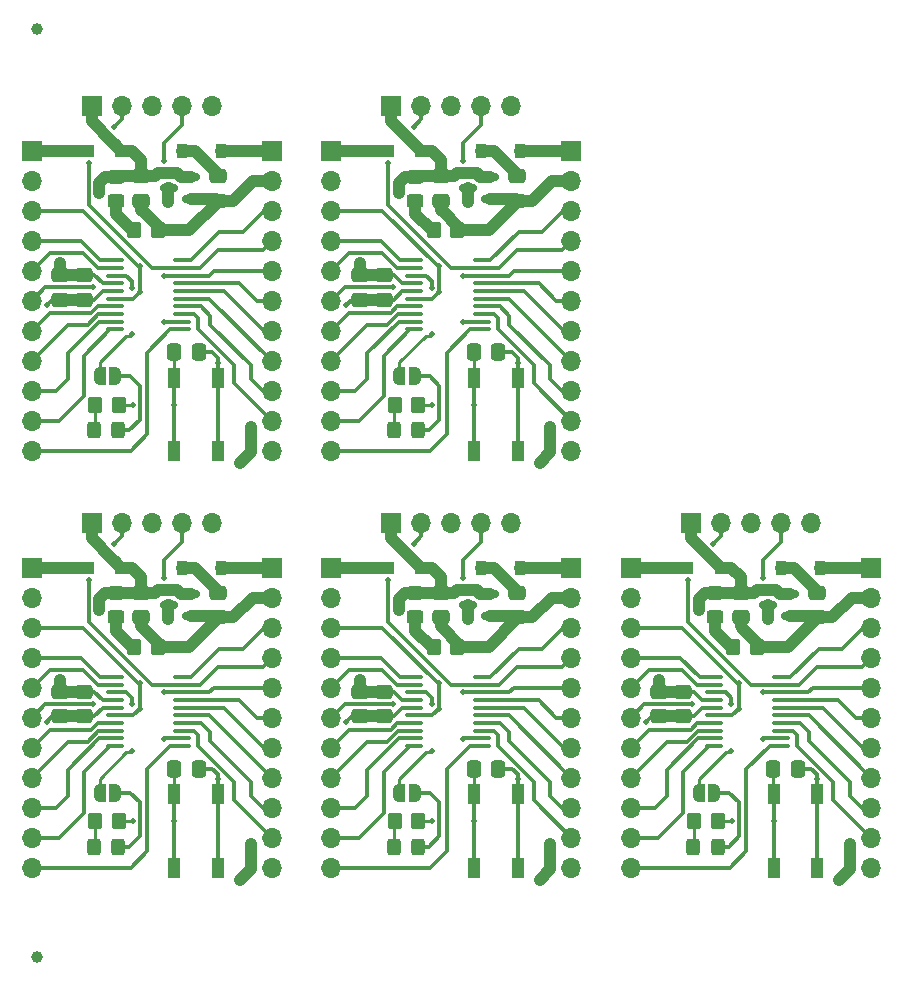
<source format=gbr>
%TF.GenerationSoftware,KiCad,Pcbnew,(6.0.8)*%
%TF.CreationDate,2022-11-08T11:05:07+01:00*%
%TF.ProjectId,STM32G030F6P6,53544d33-3247-4303-9330-463650362e6b,2.0*%
%TF.SameCoordinates,Original*%
%TF.FileFunction,Copper,L1,Top*%
%TF.FilePolarity,Positive*%
%FSLAX46Y46*%
G04 Gerber Fmt 4.6, Leading zero omitted, Abs format (unit mm)*
G04 Created by KiCad (PCBNEW (6.0.8)) date 2022-11-08 11:05:07*
%MOMM*%
%LPD*%
G01*
G04 APERTURE LIST*
G04 Aperture macros list*
%AMRoundRect*
0 Rectangle with rounded corners*
0 $1 Rounding radius*
0 $2 $3 $4 $5 $6 $7 $8 $9 X,Y pos of 4 corners*
0 Add a 4 corners polygon primitive as box body*
4,1,4,$2,$3,$4,$5,$6,$7,$8,$9,$2,$3,0*
0 Add four circle primitives for the rounded corners*
1,1,$1+$1,$2,$3*
1,1,$1+$1,$4,$5*
1,1,$1+$1,$6,$7*
1,1,$1+$1,$8,$9*
0 Add four rect primitives between the rounded corners*
20,1,$1+$1,$2,$3,$4,$5,0*
20,1,$1+$1,$4,$5,$6,$7,0*
20,1,$1+$1,$6,$7,$8,$9,0*
20,1,$1+$1,$8,$9,$2,$3,0*%
%AMFreePoly0*
4,1,22,0.500000,-0.750000,0.000000,-0.750000,0.000000,-0.745033,-0.079941,-0.743568,-0.215256,-0.701293,-0.333266,-0.622738,-0.424486,-0.514219,-0.481581,-0.384460,-0.499164,-0.250000,-0.500000,-0.250000,-0.500000,0.250000,-0.499164,0.250000,-0.499963,0.256109,-0.478152,0.396186,-0.417904,0.524511,-0.324060,0.630769,-0.204165,0.706417,-0.067858,0.745374,0.000000,0.744959,0.000000,0.750000,
0.500000,0.750000,0.500000,-0.750000,0.500000,-0.750000,$1*%
%AMFreePoly1*
4,1,20,0.000000,0.744959,0.073905,0.744508,0.209726,0.703889,0.328688,0.626782,0.421226,0.519385,0.479903,0.390333,0.500000,0.250000,0.500000,-0.250000,0.499851,-0.262216,0.476331,-0.402017,0.414519,-0.529596,0.319384,-0.634700,0.198574,-0.708877,0.061801,-0.746166,0.000000,-0.745033,0.000000,-0.750000,-0.500000,-0.750000,-0.500000,0.750000,0.000000,0.750000,0.000000,0.744959,
0.000000,0.744959,$1*%
G04 Aperture macros list end*
%TA.AperFunction,ComponentPad*%
%ADD10R,1.700000X1.700000*%
%TD*%
%TA.AperFunction,ComponentPad*%
%ADD11O,1.700000X1.700000*%
%TD*%
%TA.AperFunction,SMDPad,CuDef*%
%ADD12RoundRect,0.250000X-0.475000X0.337500X-0.475000X-0.337500X0.475000X-0.337500X0.475000X0.337500X0*%
%TD*%
%TA.AperFunction,SMDPad,CuDef*%
%ADD13RoundRect,0.250000X0.337500X0.475000X-0.337500X0.475000X-0.337500X-0.475000X0.337500X-0.475000X0*%
%TD*%
%TA.AperFunction,SMDPad,CuDef*%
%ADD14RoundRect,0.250000X0.350000X0.450000X-0.350000X0.450000X-0.350000X-0.450000X0.350000X-0.450000X0*%
%TD*%
%TA.AperFunction,SMDPad,CuDef*%
%ADD15R,0.900000X1.200000*%
%TD*%
%TA.AperFunction,SMDPad,CuDef*%
%ADD16R,1.100000X1.100000*%
%TD*%
%TA.AperFunction,SMDPad,CuDef*%
%ADD17RoundRect,0.150000X0.587500X0.150000X-0.587500X0.150000X-0.587500X-0.150000X0.587500X-0.150000X0*%
%TD*%
%TA.AperFunction,SMDPad,CuDef*%
%ADD18RoundRect,0.100000X-0.637500X-0.100000X0.637500X-0.100000X0.637500X0.100000X-0.637500X0.100000X0*%
%TD*%
%TA.AperFunction,SMDPad,CuDef*%
%ADD19R,1.100000X1.800000*%
%TD*%
%TA.AperFunction,SMDPad,CuDef*%
%ADD20C,1.000000*%
%TD*%
%TA.AperFunction,SMDPad,CuDef*%
%ADD21RoundRect,0.250000X-0.350000X-0.450000X0.350000X-0.450000X0.350000X0.450000X-0.350000X0.450000X0*%
%TD*%
%TA.AperFunction,SMDPad,CuDef*%
%ADD22RoundRect,0.250000X0.450000X-0.325000X0.450000X0.325000X-0.450000X0.325000X-0.450000X-0.325000X0*%
%TD*%
%TA.AperFunction,SMDPad,CuDef*%
%ADD23FreePoly0,0.000000*%
%TD*%
%TA.AperFunction,SMDPad,CuDef*%
%ADD24FreePoly1,0.000000*%
%TD*%
%TA.AperFunction,SMDPad,CuDef*%
%ADD25RoundRect,0.250000X-0.325000X-0.450000X0.325000X-0.450000X0.325000X0.450000X-0.325000X0.450000X0*%
%TD*%
%TA.AperFunction,ViaPad*%
%ADD26C,0.460000*%
%TD*%
%TA.AperFunction,ViaPad*%
%ADD27C,0.480000*%
%TD*%
%TA.AperFunction,Conductor*%
%ADD28C,1.000000*%
%TD*%
%TA.AperFunction,Conductor*%
%ADD29C,0.300000*%
%TD*%
%TA.AperFunction,Conductor*%
%ADD30C,0.250000*%
%TD*%
G04 APERTURE END LIST*
D10*
%TO.P,J2,1,Pin_1*%
%TO.N,Board_5-+3V3*%
X72340000Y-58798000D03*
D11*
%TO.P,J2,2,Pin_2*%
%TO.N,Board_5-PA14{slash}SWCLK*%
X74880000Y-58798000D03*
%TO.P,J2,3,Pin_3*%
%TO.N,Board_5-GND*%
X77420000Y-58798000D03*
%TO.P,J2,4,Pin_4*%
%TO.N,Board_5-PA13{slash}SWDIO*%
X79960000Y-58798000D03*
%TO.P,J2,5,Pin_5*%
%TO.N,Board_5-NRST*%
X82500000Y-58798000D03*
%TD*%
D12*
%TO.P,C3,1*%
%TO.N,Board_3-Net-(C3-Pad1)*%
X32295100Y-64759600D03*
%TO.P,C3,2*%
%TO.N,Board_3-GND*%
X32295100Y-66834600D03*
%TD*%
D13*
%TO.P,C4,1*%
%TO.N,Board_0-NRST*%
X30664000Y-44352000D03*
%TO.P,C4,2*%
%TO.N,Board_0-GND*%
X28589000Y-44352000D03*
%TD*%
D12*
%TO.P,C3,1*%
%TO.N,Board_0-Net-(C3-Pad1)*%
X32295100Y-29485600D03*
%TO.P,C3,2*%
%TO.N,Board_0-GND*%
X32295100Y-31560600D03*
%TD*%
D14*
%TO.P,R1,1*%
%TO.N,Board_4-GND*%
X52560000Y-69339000D03*
%TO.P,R1,2*%
%TO.N,Board_4-Net-(D3-Pad1)*%
X50560000Y-69339000D03*
%TD*%
D12*
%TO.P,C1,1*%
%TO.N,Board_0-+3V3*%
X18937000Y-37853500D03*
%TO.P,C1,2*%
%TO.N,Board_0-GND*%
X18937000Y-39928500D03*
%TD*%
D15*
%TO.P,D1,1,K*%
%TO.N,Board_4-Net-(C3-Pad1)*%
X54592000Y-62608000D03*
%TO.P,D1,2,A*%
%TO.N,Board_4-VIN*%
X57892000Y-62608000D03*
%TD*%
D10*
%TO.P,J2,1,Pin_1*%
%TO.N,Board_4-+3V3*%
X46972000Y-58798000D03*
D11*
%TO.P,J2,2,Pin_2*%
%TO.N,Board_4-PA14{slash}SWCLK*%
X49512000Y-58798000D03*
%TO.P,J2,3,Pin_3*%
%TO.N,Board_4-GND*%
X52052000Y-58798000D03*
%TO.P,J2,4,Pin_4*%
%TO.N,Board_4-PA13{slash}SWDIO*%
X54592000Y-58798000D03*
%TO.P,J2,5,Pin_5*%
%TO.N,Board_4-NRST*%
X57132000Y-58798000D03*
%TD*%
D12*
%TO.P,C1,1*%
%TO.N,Board_4-+3V3*%
X44305000Y-73127500D03*
%TO.P,C1,2*%
%TO.N,Board_4-GND*%
X44305000Y-75202500D03*
%TD*%
D16*
%TO.P,D2,1,K*%
%TO.N,Board_3-VDD*%
X21321600Y-62608000D03*
%TO.P,D2,2,A*%
%TO.N,Board_3-+3V3*%
X24121600Y-62608000D03*
%TD*%
D12*
%TO.P,C5,1*%
%TO.N,Board_0-+3V3*%
X25818100Y-29485600D03*
%TO.P,C5,2*%
%TO.N,Board_0-GND*%
X25818100Y-31560600D03*
%TD*%
%TO.P,C5,1*%
%TO.N,Board_5-+3V3*%
X76554100Y-64759600D03*
%TO.P,C5,2*%
%TO.N,Board_5-GND*%
X76554100Y-66834600D03*
%TD*%
%TO.P,C3,1*%
%TO.N,Board_4-Net-(C3-Pad1)*%
X57663100Y-64759600D03*
%TO.P,C3,2*%
%TO.N,Board_4-GND*%
X57663100Y-66834600D03*
%TD*%
D17*
%TO.P,U1,1,GND*%
%TO.N,Board_0-GND*%
X30009100Y-31433600D03*
%TO.P,U1,2,VOUT*%
%TO.N,Board_0-+3V3*%
X30009100Y-29533600D03*
%TO.P,U1,3,VIN*%
%TO.N,Board_0-Net-(C3-Pad1)*%
X28134100Y-30483600D03*
%TD*%
D18*
%TO.P,U2,1,PB7*%
%TO.N,Board_3-PB7*%
X23551500Y-71875000D03*
%TO.P,U2,2,PC14*%
%TO.N,Board_3-PC14*%
X23551500Y-72525000D03*
%TO.P,U2,3,PC15*%
%TO.N,Board_3-PC15*%
X23551500Y-73175000D03*
%TO.P,U2,4,VDD/VDDA*%
%TO.N,Board_3-+3V3*%
X23551500Y-73825000D03*
%TO.P,U2,5,VSS/VSSA*%
%TO.N,Board_3-GND*%
X23551500Y-74475000D03*
%TO.P,U2,6,NRST*%
%TO.N,Board_3-NRST*%
X23551500Y-75125000D03*
%TO.P,U2,7,PA0*%
%TO.N,Board_3-PA0*%
X23551500Y-75775000D03*
%TO.P,U2,8,PA1*%
%TO.N,Board_3-PA1*%
X23551500Y-76425000D03*
%TO.P,U2,9,PA2*%
%TO.N,Board_3-PA2*%
X23551500Y-77075000D03*
%TO.P,U2,10,PA3*%
%TO.N,Board_3-PA3*%
X23551500Y-77725000D03*
%TO.P,U2,11,PA4*%
%TO.N,Board_3-PA4*%
X29276500Y-77725000D03*
%TO.P,U2,12,PA5*%
%TO.N,Board_3-PA5*%
X29276500Y-77075000D03*
%TO.P,U2,13,PA6*%
%TO.N,Board_3-PA6*%
X29276500Y-76425000D03*
%TO.P,U2,14,PA7*%
%TO.N,Board_3-PA7*%
X29276500Y-75775000D03*
%TO.P,U2,15,PB0*%
%TO.N,Board_3-PB0*%
X29276500Y-75125000D03*
%TO.P,U2,16,PA11*%
%TO.N,Board_3-PA11*%
X29276500Y-74475000D03*
%TO.P,U2,17,PA12*%
%TO.N,Board_3-PA12*%
X29276500Y-73825000D03*
%TO.P,U2,18,PA13/SWDIO*%
%TO.N,Board_3-PA13{slash}SWDIO*%
X29276500Y-73175000D03*
%TO.P,U2,19,PA14/SWCLK*%
%TO.N,Board_3-PA14{slash}SWCLK*%
X29276500Y-72525000D03*
%TO.P,U2,20,PB3*%
%TO.N,Board_3-PB3*%
X29276500Y-71875000D03*
%TD*%
D16*
%TO.P,D2,1,K*%
%TO.N,Board_5-VDD*%
X72057600Y-62608000D03*
%TO.P,D2,2,A*%
%TO.N,Board_5-+3V3*%
X74857600Y-62608000D03*
%TD*%
D12*
%TO.P,C3,1*%
%TO.N,Board_1-Net-(C3-Pad1)*%
X57663100Y-29485600D03*
%TO.P,C3,2*%
%TO.N,Board_1-GND*%
X57663100Y-31560600D03*
%TD*%
D19*
%TO.P,SW1,1,1*%
%TO.N,Board_0-GND*%
X28628000Y-46534000D03*
X28628000Y-52734000D03*
%TO.P,SW1,2,2*%
%TO.N,Board_0-NRST*%
X32328000Y-46534000D03*
X32328000Y-52734000D03*
%TD*%
D17*
%TO.P,U1,1,GND*%
%TO.N,Board_4-GND*%
X55377100Y-66707600D03*
%TO.P,U1,2,VOUT*%
%TO.N,Board_4-+3V3*%
X55377100Y-64807600D03*
%TO.P,U1,3,VIN*%
%TO.N,Board_4-Net-(C3-Pad1)*%
X53502100Y-65757600D03*
%TD*%
D13*
%TO.P,C4,1*%
%TO.N,Board_3-NRST*%
X30664000Y-79626000D03*
%TO.P,C4,2*%
%TO.N,Board_3-GND*%
X28589000Y-79626000D03*
%TD*%
D20*
%TO.P,REF\u002A\u002A,*%
%TO.N,*%
X17000000Y-17000000D03*
%TD*%
D10*
%TO.P,J2,1,Pin_1*%
%TO.N,Board_3-+3V3*%
X21604000Y-58798000D03*
D11*
%TO.P,J2,2,Pin_2*%
%TO.N,Board_3-PA14{slash}SWCLK*%
X24144000Y-58798000D03*
%TO.P,J2,3,Pin_3*%
%TO.N,Board_3-GND*%
X26684000Y-58798000D03*
%TO.P,J2,4,Pin_4*%
%TO.N,Board_3-PA13{slash}SWDIO*%
X29224000Y-58798000D03*
%TO.P,J2,5,Pin_5*%
%TO.N,Board_3-NRST*%
X31764000Y-58798000D03*
%TD*%
D10*
%TO.P,J2,1,Pin_1*%
%TO.N,Board_1-+3V3*%
X46972000Y-23524000D03*
D11*
%TO.P,J2,2,Pin_2*%
%TO.N,Board_1-PA14{slash}SWCLK*%
X49512000Y-23524000D03*
%TO.P,J2,3,Pin_3*%
%TO.N,Board_1-GND*%
X52052000Y-23524000D03*
%TO.P,J2,4,Pin_4*%
%TO.N,Board_1-PA13{slash}SWDIO*%
X54592000Y-23524000D03*
%TO.P,J2,5,Pin_5*%
%TO.N,Board_1-NRST*%
X57132000Y-23524000D03*
%TD*%
D21*
%TO.P,R2,1*%
%TO.N,Board_0-Net-(D4-Pad1)*%
X21890000Y-48822400D03*
%TO.P,R2,2*%
%TO.N,Board_0-GND*%
X23890000Y-48822400D03*
%TD*%
D13*
%TO.P,C4,1*%
%TO.N,Board_1-NRST*%
X56032000Y-44352000D03*
%TO.P,C4,2*%
%TO.N,Board_1-GND*%
X53957000Y-44352000D03*
%TD*%
D12*
%TO.P,C5,1*%
%TO.N,Board_4-+3V3*%
X51186100Y-64759600D03*
%TO.P,C5,2*%
%TO.N,Board_4-GND*%
X51186100Y-66834600D03*
%TD*%
D19*
%TO.P,SW1,1,1*%
%TO.N,Board_3-GND*%
X28628000Y-81808000D03*
X28628000Y-88008000D03*
%TO.P,SW1,2,2*%
%TO.N,Board_3-NRST*%
X32328000Y-81808000D03*
X32328000Y-88008000D03*
%TD*%
D21*
%TO.P,R2,1*%
%TO.N,Board_5-Net-(D4-Pad1)*%
X72626000Y-84096400D03*
%TO.P,R2,2*%
%TO.N,Board_5-GND*%
X74626000Y-84096400D03*
%TD*%
D12*
%TO.P,C2,1*%
%TO.N,Board_1-+3V3*%
X46337000Y-37853500D03*
%TO.P,C2,2*%
%TO.N,Board_1-GND*%
X46337000Y-39928500D03*
%TD*%
D22*
%TO.P,D3,1,K*%
%TO.N,Board_0-Net-(D3-Pad1)*%
X23659100Y-31560600D03*
%TO.P,D3,2,A*%
%TO.N,Board_0-+3V3*%
X23659100Y-29510600D03*
%TD*%
D23*
%TO.P,JP1,1,A*%
%TO.N,Board_5-PC15*%
X73021200Y-81658000D03*
D24*
%TO.P,JP1,2,B*%
%TO.N,Board_5-Net-(D4-Pad2)*%
X74321200Y-81658000D03*
%TD*%
D17*
%TO.P,U1,1,GND*%
%TO.N,Board_5-GND*%
X80745100Y-66707600D03*
%TO.P,U1,2,VOUT*%
%TO.N,Board_5-+3V3*%
X80745100Y-64807600D03*
%TO.P,U1,3,VIN*%
%TO.N,Board_5-Net-(C3-Pad1)*%
X78870100Y-65757600D03*
%TD*%
D19*
%TO.P,SW1,1,1*%
%TO.N,Board_1-GND*%
X53996000Y-46534000D03*
X53996000Y-52734000D03*
%TO.P,SW1,2,2*%
%TO.N,Board_1-NRST*%
X57696000Y-46534000D03*
X57696000Y-52734000D03*
%TD*%
D14*
%TO.P,R1,1*%
%TO.N,Board_5-GND*%
X77928000Y-69339000D03*
%TO.P,R1,2*%
%TO.N,Board_5-Net-(D3-Pad1)*%
X75928000Y-69339000D03*
%TD*%
D18*
%TO.P,U2,1,PB7*%
%TO.N,Board_4-PB7*%
X48919500Y-71875000D03*
%TO.P,U2,2,PC14*%
%TO.N,Board_4-PC14*%
X48919500Y-72525000D03*
%TO.P,U2,3,PC15*%
%TO.N,Board_4-PC15*%
X48919500Y-73175000D03*
%TO.P,U2,4,VDD/VDDA*%
%TO.N,Board_4-+3V3*%
X48919500Y-73825000D03*
%TO.P,U2,5,VSS/VSSA*%
%TO.N,Board_4-GND*%
X48919500Y-74475000D03*
%TO.P,U2,6,NRST*%
%TO.N,Board_4-NRST*%
X48919500Y-75125000D03*
%TO.P,U2,7,PA0*%
%TO.N,Board_4-PA0*%
X48919500Y-75775000D03*
%TO.P,U2,8,PA1*%
%TO.N,Board_4-PA1*%
X48919500Y-76425000D03*
%TO.P,U2,9,PA2*%
%TO.N,Board_4-PA2*%
X48919500Y-77075000D03*
%TO.P,U2,10,PA3*%
%TO.N,Board_4-PA3*%
X48919500Y-77725000D03*
%TO.P,U2,11,PA4*%
%TO.N,Board_4-PA4*%
X54644500Y-77725000D03*
%TO.P,U2,12,PA5*%
%TO.N,Board_4-PA5*%
X54644500Y-77075000D03*
%TO.P,U2,13,PA6*%
%TO.N,Board_4-PA6*%
X54644500Y-76425000D03*
%TO.P,U2,14,PA7*%
%TO.N,Board_4-PA7*%
X54644500Y-75775000D03*
%TO.P,U2,15,PB0*%
%TO.N,Board_4-PB0*%
X54644500Y-75125000D03*
%TO.P,U2,16,PA11*%
%TO.N,Board_4-PA11*%
X54644500Y-74475000D03*
%TO.P,U2,17,PA12*%
%TO.N,Board_4-PA12*%
X54644500Y-73825000D03*
%TO.P,U2,18,PA13/SWDIO*%
%TO.N,Board_4-PA13{slash}SWDIO*%
X54644500Y-73175000D03*
%TO.P,U2,19,PA14/SWCLK*%
%TO.N,Board_4-PA14{slash}SWCLK*%
X54644500Y-72525000D03*
%TO.P,U2,20,PB3*%
%TO.N,Board_4-PB3*%
X54644500Y-71875000D03*
%TD*%
%TO.P,U2,1,PB7*%
%TO.N,Board_0-PB7*%
X23551500Y-36601000D03*
%TO.P,U2,2,PC14*%
%TO.N,Board_0-PC14*%
X23551500Y-37251000D03*
%TO.P,U2,3,PC15*%
%TO.N,Board_0-PC15*%
X23551500Y-37901000D03*
%TO.P,U2,4,VDD/VDDA*%
%TO.N,Board_0-+3V3*%
X23551500Y-38551000D03*
%TO.P,U2,5,VSS/VSSA*%
%TO.N,Board_0-GND*%
X23551500Y-39201000D03*
%TO.P,U2,6,NRST*%
%TO.N,Board_0-NRST*%
X23551500Y-39851000D03*
%TO.P,U2,7,PA0*%
%TO.N,Board_0-PA0*%
X23551500Y-40501000D03*
%TO.P,U2,8,PA1*%
%TO.N,Board_0-PA1*%
X23551500Y-41151000D03*
%TO.P,U2,9,PA2*%
%TO.N,Board_0-PA2*%
X23551500Y-41801000D03*
%TO.P,U2,10,PA3*%
%TO.N,Board_0-PA3*%
X23551500Y-42451000D03*
%TO.P,U2,11,PA4*%
%TO.N,Board_0-PA4*%
X29276500Y-42451000D03*
%TO.P,U2,12,PA5*%
%TO.N,Board_0-PA5*%
X29276500Y-41801000D03*
%TO.P,U2,13,PA6*%
%TO.N,Board_0-PA6*%
X29276500Y-41151000D03*
%TO.P,U2,14,PA7*%
%TO.N,Board_0-PA7*%
X29276500Y-40501000D03*
%TO.P,U2,15,PB0*%
%TO.N,Board_0-PB0*%
X29276500Y-39851000D03*
%TO.P,U2,16,PA11*%
%TO.N,Board_0-PA11*%
X29276500Y-39201000D03*
%TO.P,U2,17,PA12*%
%TO.N,Board_0-PA12*%
X29276500Y-38551000D03*
%TO.P,U2,18,PA13/SWDIO*%
%TO.N,Board_0-PA13{slash}SWDIO*%
X29276500Y-37901000D03*
%TO.P,U2,19,PA14/SWCLK*%
%TO.N,Board_0-PA14{slash}SWCLK*%
X29276500Y-37251000D03*
%TO.P,U2,20,PB3*%
%TO.N,Board_0-PB3*%
X29276500Y-36601000D03*
%TD*%
D21*
%TO.P,R2,1*%
%TO.N,Board_3-Net-(D4-Pad1)*%
X21890000Y-84096400D03*
%TO.P,R2,2*%
%TO.N,Board_3-GND*%
X23890000Y-84096400D03*
%TD*%
D13*
%TO.P,C4,1*%
%TO.N,Board_5-NRST*%
X81400000Y-79626000D03*
%TO.P,C4,2*%
%TO.N,Board_5-GND*%
X79325000Y-79626000D03*
%TD*%
D21*
%TO.P,R2,1*%
%TO.N,Board_4-Net-(D4-Pad1)*%
X47258000Y-84096400D03*
%TO.P,R2,2*%
%TO.N,Board_4-GND*%
X49258000Y-84096400D03*
%TD*%
D18*
%TO.P,U2,1,PB7*%
%TO.N,Board_1-PB7*%
X48919500Y-36601000D03*
%TO.P,U2,2,PC14*%
%TO.N,Board_1-PC14*%
X48919500Y-37251000D03*
%TO.P,U2,3,PC15*%
%TO.N,Board_1-PC15*%
X48919500Y-37901000D03*
%TO.P,U2,4,VDD/VDDA*%
%TO.N,Board_1-+3V3*%
X48919500Y-38551000D03*
%TO.P,U2,5,VSS/VSSA*%
%TO.N,Board_1-GND*%
X48919500Y-39201000D03*
%TO.P,U2,6,NRST*%
%TO.N,Board_1-NRST*%
X48919500Y-39851000D03*
%TO.P,U2,7,PA0*%
%TO.N,Board_1-PA0*%
X48919500Y-40501000D03*
%TO.P,U2,8,PA1*%
%TO.N,Board_1-PA1*%
X48919500Y-41151000D03*
%TO.P,U2,9,PA2*%
%TO.N,Board_1-PA2*%
X48919500Y-41801000D03*
%TO.P,U2,10,PA3*%
%TO.N,Board_1-PA3*%
X48919500Y-42451000D03*
%TO.P,U2,11,PA4*%
%TO.N,Board_1-PA4*%
X54644500Y-42451000D03*
%TO.P,U2,12,PA5*%
%TO.N,Board_1-PA5*%
X54644500Y-41801000D03*
%TO.P,U2,13,PA6*%
%TO.N,Board_1-PA6*%
X54644500Y-41151000D03*
%TO.P,U2,14,PA7*%
%TO.N,Board_1-PA7*%
X54644500Y-40501000D03*
%TO.P,U2,15,PB0*%
%TO.N,Board_1-PB0*%
X54644500Y-39851000D03*
%TO.P,U2,16,PA11*%
%TO.N,Board_1-PA11*%
X54644500Y-39201000D03*
%TO.P,U2,17,PA12*%
%TO.N,Board_1-PA12*%
X54644500Y-38551000D03*
%TO.P,U2,18,PA13/SWDIO*%
%TO.N,Board_1-PA13{slash}SWDIO*%
X54644500Y-37901000D03*
%TO.P,U2,19,PA14/SWCLK*%
%TO.N,Board_1-PA14{slash}SWCLK*%
X54644500Y-37251000D03*
%TO.P,U2,20,PB3*%
%TO.N,Board_1-PB3*%
X54644500Y-36601000D03*
%TD*%
D23*
%TO.P,JP1,1,A*%
%TO.N,Board_3-PC15*%
X22285200Y-81658000D03*
D24*
%TO.P,JP1,2,B*%
%TO.N,Board_3-Net-(D4-Pad2)*%
X23585200Y-81658000D03*
%TD*%
D15*
%TO.P,D1,1,K*%
%TO.N,Board_0-Net-(C3-Pad1)*%
X29224000Y-27334000D03*
%TO.P,D1,2,A*%
%TO.N,Board_0-VIN*%
X32524000Y-27334000D03*
%TD*%
D19*
%TO.P,SW1,1,1*%
%TO.N,Board_5-GND*%
X79364000Y-81808000D03*
X79364000Y-88008000D03*
%TO.P,SW1,2,2*%
%TO.N,Board_5-NRST*%
X83064000Y-88008000D03*
X83064000Y-81808000D03*
%TD*%
D16*
%TO.P,D2,1,K*%
%TO.N,Board_0-VDD*%
X21321600Y-27334000D03*
%TO.P,D2,2,A*%
%TO.N,Board_0-+3V3*%
X24121600Y-27334000D03*
%TD*%
D23*
%TO.P,JP1,1,A*%
%TO.N,Board_0-PC15*%
X22285200Y-46384000D03*
D24*
%TO.P,JP1,2,B*%
%TO.N,Board_0-Net-(D4-Pad2)*%
X23585200Y-46384000D03*
%TD*%
D14*
%TO.P,R1,1*%
%TO.N,Board_0-GND*%
X27192000Y-34065000D03*
%TO.P,R1,2*%
%TO.N,Board_0-Net-(D3-Pad1)*%
X25192000Y-34065000D03*
%TD*%
D25*
%TO.P,D4,1,K*%
%TO.N,Board_3-Net-(D4-Pad1)*%
X21824000Y-86230000D03*
%TO.P,D4,2,A*%
%TO.N,Board_3-Net-(D4-Pad2)*%
X23874000Y-86230000D03*
%TD*%
D20*
%TO.P,REF\u002A\u002A,*%
%TO.N,*%
X17000000Y-95548000D03*
%TD*%
D13*
%TO.P,C4,1*%
%TO.N,Board_4-NRST*%
X56032000Y-79626000D03*
%TO.P,C4,2*%
%TO.N,Board_4-GND*%
X53957000Y-79626000D03*
%TD*%
D12*
%TO.P,C3,1*%
%TO.N,Board_5-Net-(C3-Pad1)*%
X83031100Y-64759600D03*
%TO.P,C3,2*%
%TO.N,Board_5-GND*%
X83031100Y-66834600D03*
%TD*%
%TO.P,C2,1*%
%TO.N,Board_4-+3V3*%
X46337000Y-73127500D03*
%TO.P,C2,2*%
%TO.N,Board_4-GND*%
X46337000Y-75202500D03*
%TD*%
D15*
%TO.P,D1,1,K*%
%TO.N,Board_3-Net-(C3-Pad1)*%
X29224000Y-62608000D03*
%TO.P,D1,2,A*%
%TO.N,Board_3-VIN*%
X32524000Y-62608000D03*
%TD*%
D12*
%TO.P,C1,1*%
%TO.N,Board_1-+3V3*%
X44305000Y-37853500D03*
%TO.P,C1,2*%
%TO.N,Board_1-GND*%
X44305000Y-39928500D03*
%TD*%
D22*
%TO.P,D3,1,K*%
%TO.N,Board_3-Net-(D3-Pad1)*%
X23659100Y-66834600D03*
%TO.P,D3,2,A*%
%TO.N,Board_3-+3V3*%
X23659100Y-64784600D03*
%TD*%
D17*
%TO.P,U1,1,GND*%
%TO.N,Board_1-GND*%
X55377100Y-31433600D03*
%TO.P,U1,2,VOUT*%
%TO.N,Board_1-+3V3*%
X55377100Y-29533600D03*
%TO.P,U1,3,VIN*%
%TO.N,Board_1-Net-(C3-Pad1)*%
X53502100Y-30483600D03*
%TD*%
D25*
%TO.P,D4,1,K*%
%TO.N,Board_1-Net-(D4-Pad1)*%
X47192000Y-50956000D03*
%TO.P,D4,2,A*%
%TO.N,Board_1-Net-(D4-Pad2)*%
X49242000Y-50956000D03*
%TD*%
D23*
%TO.P,JP1,1,A*%
%TO.N,Board_4-PC15*%
X47653200Y-81658000D03*
D24*
%TO.P,JP1,2,B*%
%TO.N,Board_4-Net-(D4-Pad2)*%
X48953200Y-81658000D03*
%TD*%
D12*
%TO.P,C2,1*%
%TO.N,Board_3-+3V3*%
X20969000Y-73127500D03*
%TO.P,C2,2*%
%TO.N,Board_3-GND*%
X20969000Y-75202500D03*
%TD*%
D22*
%TO.P,D3,1,K*%
%TO.N,Board_4-Net-(D3-Pad1)*%
X49027100Y-66834600D03*
%TO.P,D3,2,A*%
%TO.N,Board_4-+3V3*%
X49027100Y-64784600D03*
%TD*%
D12*
%TO.P,C5,1*%
%TO.N,Board_1-+3V3*%
X51186100Y-29485600D03*
%TO.P,C5,2*%
%TO.N,Board_1-GND*%
X51186100Y-31560600D03*
%TD*%
D16*
%TO.P,D2,1,K*%
%TO.N,Board_4-VDD*%
X46689600Y-62608000D03*
%TO.P,D2,2,A*%
%TO.N,Board_4-+3V3*%
X49489600Y-62608000D03*
%TD*%
D22*
%TO.P,D3,1,K*%
%TO.N,Board_5-Net-(D3-Pad1)*%
X74395100Y-66834600D03*
%TO.P,D3,2,A*%
%TO.N,Board_5-+3V3*%
X74395100Y-64784600D03*
%TD*%
D19*
%TO.P,SW1,1,1*%
%TO.N,Board_4-GND*%
X53996000Y-81808000D03*
X53996000Y-88008000D03*
%TO.P,SW1,2,2*%
%TO.N,Board_4-NRST*%
X57696000Y-88008000D03*
X57696000Y-81808000D03*
%TD*%
D16*
%TO.P,D2,1,K*%
%TO.N,Board_1-VDD*%
X46689600Y-27334000D03*
%TO.P,D2,2,A*%
%TO.N,Board_1-+3V3*%
X49489600Y-27334000D03*
%TD*%
D12*
%TO.P,C2,1*%
%TO.N,Board_0-+3V3*%
X20969000Y-37853500D03*
%TO.P,C2,2*%
%TO.N,Board_0-GND*%
X20969000Y-39928500D03*
%TD*%
D10*
%TO.P,J2,1,Pin_1*%
%TO.N,Board_0-+3V3*%
X21604000Y-23524000D03*
D11*
%TO.P,J2,2,Pin_2*%
%TO.N,Board_0-PA14{slash}SWCLK*%
X24144000Y-23524000D03*
%TO.P,J2,3,Pin_3*%
%TO.N,Board_0-GND*%
X26684000Y-23524000D03*
%TO.P,J2,4,Pin_4*%
%TO.N,Board_0-PA13{slash}SWDIO*%
X29224000Y-23524000D03*
%TO.P,J2,5,Pin_5*%
%TO.N,Board_0-NRST*%
X31764000Y-23524000D03*
%TD*%
D12*
%TO.P,C5,1*%
%TO.N,Board_3-+3V3*%
X25818100Y-64759600D03*
%TO.P,C5,2*%
%TO.N,Board_3-GND*%
X25818100Y-66834600D03*
%TD*%
D14*
%TO.P,R1,1*%
%TO.N,Board_3-GND*%
X27192000Y-69339000D03*
%TO.P,R1,2*%
%TO.N,Board_3-Net-(D3-Pad1)*%
X25192000Y-69339000D03*
%TD*%
D15*
%TO.P,D1,1,K*%
%TO.N,Board_1-Net-(C3-Pad1)*%
X54592000Y-27334000D03*
%TO.P,D1,2,A*%
%TO.N,Board_1-VIN*%
X57892000Y-27334000D03*
%TD*%
D12*
%TO.P,C2,1*%
%TO.N,Board_5-+3V3*%
X71705000Y-73127500D03*
%TO.P,C2,2*%
%TO.N,Board_5-GND*%
X71705000Y-75202500D03*
%TD*%
D23*
%TO.P,JP1,1,A*%
%TO.N,Board_1-PC15*%
X47653200Y-46384000D03*
D24*
%TO.P,JP1,2,B*%
%TO.N,Board_1-Net-(D4-Pad2)*%
X48953200Y-46384000D03*
%TD*%
D14*
%TO.P,R1,1*%
%TO.N,Board_1-GND*%
X52560000Y-34065000D03*
%TO.P,R1,2*%
%TO.N,Board_1-Net-(D3-Pad1)*%
X50560000Y-34065000D03*
%TD*%
D12*
%TO.P,C1,1*%
%TO.N,Board_5-+3V3*%
X69673000Y-73127500D03*
%TO.P,C1,2*%
%TO.N,Board_5-GND*%
X69673000Y-75202500D03*
%TD*%
D21*
%TO.P,R2,1*%
%TO.N,Board_1-Net-(D4-Pad1)*%
X47258000Y-48822400D03*
%TO.P,R2,2*%
%TO.N,Board_1-GND*%
X49258000Y-48822400D03*
%TD*%
D22*
%TO.P,D3,1,K*%
%TO.N,Board_1-Net-(D3-Pad1)*%
X49027100Y-31560600D03*
%TO.P,D3,2,A*%
%TO.N,Board_1-+3V3*%
X49027100Y-29510600D03*
%TD*%
D25*
%TO.P,D4,1,K*%
%TO.N,Board_5-Net-(D4-Pad1)*%
X72560000Y-86230000D03*
%TO.P,D4,2,A*%
%TO.N,Board_5-Net-(D4-Pad2)*%
X74610000Y-86230000D03*
%TD*%
D17*
%TO.P,U1,1,GND*%
%TO.N,Board_3-GND*%
X30009100Y-66707600D03*
%TO.P,U1,2,VOUT*%
%TO.N,Board_3-+3V3*%
X30009100Y-64807600D03*
%TO.P,U1,3,VIN*%
%TO.N,Board_3-Net-(C3-Pad1)*%
X28134100Y-65757600D03*
%TD*%
D25*
%TO.P,D4,1,K*%
%TO.N,Board_0-Net-(D4-Pad1)*%
X21824000Y-50956000D03*
%TO.P,D4,2,A*%
%TO.N,Board_0-Net-(D4-Pad2)*%
X23874000Y-50956000D03*
%TD*%
D15*
%TO.P,D1,1,K*%
%TO.N,Board_5-Net-(C3-Pad1)*%
X79960000Y-62608000D03*
%TO.P,D1,2,A*%
%TO.N,Board_5-VIN*%
X83260000Y-62608000D03*
%TD*%
D12*
%TO.P,C1,1*%
%TO.N,Board_3-+3V3*%
X18937000Y-73127500D03*
%TO.P,C1,2*%
%TO.N,Board_3-GND*%
X18937000Y-75202500D03*
%TD*%
D25*
%TO.P,D4,1,K*%
%TO.N,Board_4-Net-(D4-Pad1)*%
X47192000Y-86230000D03*
%TO.P,D4,2,A*%
%TO.N,Board_4-Net-(D4-Pad2)*%
X49242000Y-86230000D03*
%TD*%
D18*
%TO.P,U2,1,PB7*%
%TO.N,Board_5-PB7*%
X74287500Y-71875000D03*
%TO.P,U2,2,PC14*%
%TO.N,Board_5-PC14*%
X74287500Y-72525000D03*
%TO.P,U2,3,PC15*%
%TO.N,Board_5-PC15*%
X74287500Y-73175000D03*
%TO.P,U2,4,VDD/VDDA*%
%TO.N,Board_5-+3V3*%
X74287500Y-73825000D03*
%TO.P,U2,5,VSS/VSSA*%
%TO.N,Board_5-GND*%
X74287500Y-74475000D03*
%TO.P,U2,6,NRST*%
%TO.N,Board_5-NRST*%
X74287500Y-75125000D03*
%TO.P,U2,7,PA0*%
%TO.N,Board_5-PA0*%
X74287500Y-75775000D03*
%TO.P,U2,8,PA1*%
%TO.N,Board_5-PA1*%
X74287500Y-76425000D03*
%TO.P,U2,9,PA2*%
%TO.N,Board_5-PA2*%
X74287500Y-77075000D03*
%TO.P,U2,10,PA3*%
%TO.N,Board_5-PA3*%
X74287500Y-77725000D03*
%TO.P,U2,11,PA4*%
%TO.N,Board_5-PA4*%
X80012500Y-77725000D03*
%TO.P,U2,12,PA5*%
%TO.N,Board_5-PA5*%
X80012500Y-77075000D03*
%TO.P,U2,13,PA6*%
%TO.N,Board_5-PA6*%
X80012500Y-76425000D03*
%TO.P,U2,14,PA7*%
%TO.N,Board_5-PA7*%
X80012500Y-75775000D03*
%TO.P,U2,15,PB0*%
%TO.N,Board_5-PB0*%
X80012500Y-75125000D03*
%TO.P,U2,16,PA11*%
%TO.N,Board_5-PA11*%
X80012500Y-74475000D03*
%TO.P,U2,17,PA12*%
%TO.N,Board_5-PA12*%
X80012500Y-73825000D03*
%TO.P,U2,18,PA13/SWDIO*%
%TO.N,Board_5-PA13{slash}SWDIO*%
X80012500Y-73175000D03*
%TO.P,U2,19,PA14/SWCLK*%
%TO.N,Board_5-PA14{slash}SWCLK*%
X80012500Y-72525000D03*
%TO.P,U2,20,PB3*%
%TO.N,Board_5-PB3*%
X80012500Y-71875000D03*
%TD*%
D10*
%TO.P,J3,1,Pin_1*%
%TO.N,Board_4-VIN*%
X62212000Y-62608000D03*
D11*
%TO.P,J3,2,Pin_2*%
%TO.N,Board_4-GND*%
X62212000Y-65148000D03*
%TO.P,J3,3,Pin_3*%
%TO.N,Board_4-PB3*%
X62212000Y-67688000D03*
%TO.P,J3,4,Pin_4*%
%TO.N,Board_4-PA14{slash}SWCLK*%
X62212000Y-70228000D03*
%TO.P,J3,5,Pin_5*%
%TO.N,Board_4-PA13{slash}SWDIO*%
X62212000Y-72768000D03*
%TO.P,J3,6,Pin_6*%
%TO.N,Board_4-PA12*%
X62212000Y-75308000D03*
%TO.P,J3,7,Pin_7*%
%TO.N,Board_4-PA11*%
X62212000Y-77848000D03*
%TO.P,J3,8,Pin_8*%
%TO.N,Board_4-PB0*%
X62212000Y-80388000D03*
%TO.P,J3,9,Pin_9*%
%TO.N,Board_4-PA7*%
X62212000Y-82928000D03*
%TO.P,J3,10,Pin_10*%
%TO.N,Board_4-PA6*%
X62212000Y-85468000D03*
%TO.P,J3,11,Pin_11*%
%TO.N,Board_4-PA5*%
X62212000Y-88008000D03*
%TD*%
D10*
%TO.P,J3,1,Pin_1*%
%TO.N,Board_3-VIN*%
X36844000Y-62608000D03*
D11*
%TO.P,J3,2,Pin_2*%
%TO.N,Board_3-GND*%
X36844000Y-65148000D03*
%TO.P,J3,3,Pin_3*%
%TO.N,Board_3-PB3*%
X36844000Y-67688000D03*
%TO.P,J3,4,Pin_4*%
%TO.N,Board_3-PA14{slash}SWCLK*%
X36844000Y-70228000D03*
%TO.P,J3,5,Pin_5*%
%TO.N,Board_3-PA13{slash}SWDIO*%
X36844000Y-72768000D03*
%TO.P,J3,6,Pin_6*%
%TO.N,Board_3-PA12*%
X36844000Y-75308000D03*
%TO.P,J3,7,Pin_7*%
%TO.N,Board_3-PA11*%
X36844000Y-77848000D03*
%TO.P,J3,8,Pin_8*%
%TO.N,Board_3-PB0*%
X36844000Y-80388000D03*
%TO.P,J3,9,Pin_9*%
%TO.N,Board_3-PA7*%
X36844000Y-82928000D03*
%TO.P,J3,10,Pin_10*%
%TO.N,Board_3-PA6*%
X36844000Y-85468000D03*
%TO.P,J3,11,Pin_11*%
%TO.N,Board_3-PA5*%
X36844000Y-88008000D03*
%TD*%
D10*
%TO.P,J3,1,Pin_1*%
%TO.N,Board_5-VIN*%
X87580000Y-62608000D03*
D11*
%TO.P,J3,2,Pin_2*%
%TO.N,Board_5-GND*%
X87580000Y-65148000D03*
%TO.P,J3,3,Pin_3*%
%TO.N,Board_5-PB3*%
X87580000Y-67688000D03*
%TO.P,J3,4,Pin_4*%
%TO.N,Board_5-PA14{slash}SWCLK*%
X87580000Y-70228000D03*
%TO.P,J3,5,Pin_5*%
%TO.N,Board_5-PA13{slash}SWDIO*%
X87580000Y-72768000D03*
%TO.P,J3,6,Pin_6*%
%TO.N,Board_5-PA12*%
X87580000Y-75308000D03*
%TO.P,J3,7,Pin_7*%
%TO.N,Board_5-PA11*%
X87580000Y-77848000D03*
%TO.P,J3,8,Pin_8*%
%TO.N,Board_5-PB0*%
X87580000Y-80388000D03*
%TO.P,J3,9,Pin_9*%
%TO.N,Board_5-PA7*%
X87580000Y-82928000D03*
%TO.P,J3,10,Pin_10*%
%TO.N,Board_5-PA6*%
X87580000Y-85468000D03*
%TO.P,J3,11,Pin_11*%
%TO.N,Board_5-PA5*%
X87580000Y-88008000D03*
%TD*%
D10*
%TO.P,J1,1,Pin_1*%
%TO.N,Board_0-VDD*%
X16524000Y-27334000D03*
D11*
%TO.P,J1,2,Pin_2*%
%TO.N,Board_0-GND*%
X16524000Y-29874000D03*
%TO.P,J1,3,Pin_3*%
%TO.N,Board_0-NRST*%
X16524000Y-32414000D03*
%TO.P,J1,4,Pin_4*%
%TO.N,Board_0-PB7*%
X16524000Y-34954000D03*
%TO.P,J1,5,Pin_5*%
%TO.N,Board_0-PC14*%
X16524000Y-37494000D03*
%TO.P,J1,6,Pin_6*%
%TO.N,Board_0-PC15*%
X16524000Y-40034000D03*
%TO.P,J1,7,Pin_7*%
%TO.N,Board_0-PA0*%
X16524000Y-42574000D03*
%TO.P,J1,8,Pin_8*%
%TO.N,Board_0-PA1*%
X16524000Y-45114000D03*
%TO.P,J1,9,Pin_9*%
%TO.N,Board_0-PA2*%
X16524000Y-47654000D03*
%TO.P,J1,10,Pin_10*%
%TO.N,Board_0-PA3*%
X16524000Y-50194000D03*
%TO.P,J1,11,Pin_11*%
%TO.N,Board_0-PA4*%
X16524000Y-52734000D03*
%TD*%
D10*
%TO.P,J1,1,Pin_1*%
%TO.N,Board_5-VDD*%
X67260000Y-62608000D03*
D11*
%TO.P,J1,2,Pin_2*%
%TO.N,Board_5-GND*%
X67260000Y-65148000D03*
%TO.P,J1,3,Pin_3*%
%TO.N,Board_5-NRST*%
X67260000Y-67688000D03*
%TO.P,J1,4,Pin_4*%
%TO.N,Board_5-PB7*%
X67260000Y-70228000D03*
%TO.P,J1,5,Pin_5*%
%TO.N,Board_5-PC14*%
X67260000Y-72768000D03*
%TO.P,J1,6,Pin_6*%
%TO.N,Board_5-PC15*%
X67260000Y-75308000D03*
%TO.P,J1,7,Pin_7*%
%TO.N,Board_5-PA0*%
X67260000Y-77848000D03*
%TO.P,J1,8,Pin_8*%
%TO.N,Board_5-PA1*%
X67260000Y-80388000D03*
%TO.P,J1,9,Pin_9*%
%TO.N,Board_5-PA2*%
X67260000Y-82928000D03*
%TO.P,J1,10,Pin_10*%
%TO.N,Board_5-PA3*%
X67260000Y-85468000D03*
%TO.P,J1,11,Pin_11*%
%TO.N,Board_5-PA4*%
X67260000Y-88008000D03*
%TD*%
D10*
%TO.P,J1,1,Pin_1*%
%TO.N,Board_3-VDD*%
X16524000Y-62608000D03*
D11*
%TO.P,J1,2,Pin_2*%
%TO.N,Board_3-GND*%
X16524000Y-65148000D03*
%TO.P,J1,3,Pin_3*%
%TO.N,Board_3-NRST*%
X16524000Y-67688000D03*
%TO.P,J1,4,Pin_4*%
%TO.N,Board_3-PB7*%
X16524000Y-70228000D03*
%TO.P,J1,5,Pin_5*%
%TO.N,Board_3-PC14*%
X16524000Y-72768000D03*
%TO.P,J1,6,Pin_6*%
%TO.N,Board_3-PC15*%
X16524000Y-75308000D03*
%TO.P,J1,7,Pin_7*%
%TO.N,Board_3-PA0*%
X16524000Y-77848000D03*
%TO.P,J1,8,Pin_8*%
%TO.N,Board_3-PA1*%
X16524000Y-80388000D03*
%TO.P,J1,9,Pin_9*%
%TO.N,Board_3-PA2*%
X16524000Y-82928000D03*
%TO.P,J1,10,Pin_10*%
%TO.N,Board_3-PA3*%
X16524000Y-85468000D03*
%TO.P,J1,11,Pin_11*%
%TO.N,Board_3-PA4*%
X16524000Y-88008000D03*
%TD*%
D10*
%TO.P,J1,1,Pin_1*%
%TO.N,Board_4-VDD*%
X41892000Y-62608000D03*
D11*
%TO.P,J1,2,Pin_2*%
%TO.N,Board_4-GND*%
X41892000Y-65148000D03*
%TO.P,J1,3,Pin_3*%
%TO.N,Board_4-NRST*%
X41892000Y-67688000D03*
%TO.P,J1,4,Pin_4*%
%TO.N,Board_4-PB7*%
X41892000Y-70228000D03*
%TO.P,J1,5,Pin_5*%
%TO.N,Board_4-PC14*%
X41892000Y-72768000D03*
%TO.P,J1,6,Pin_6*%
%TO.N,Board_4-PC15*%
X41892000Y-75308000D03*
%TO.P,J1,7,Pin_7*%
%TO.N,Board_4-PA0*%
X41892000Y-77848000D03*
%TO.P,J1,8,Pin_8*%
%TO.N,Board_4-PA1*%
X41892000Y-80388000D03*
%TO.P,J1,9,Pin_9*%
%TO.N,Board_4-PA2*%
X41892000Y-82928000D03*
%TO.P,J1,10,Pin_10*%
%TO.N,Board_4-PA3*%
X41892000Y-85468000D03*
%TO.P,J1,11,Pin_11*%
%TO.N,Board_4-PA4*%
X41892000Y-88008000D03*
%TD*%
D10*
%TO.P,J3,1,Pin_1*%
%TO.N,Board_1-VIN*%
X62212000Y-27334000D03*
D11*
%TO.P,J3,2,Pin_2*%
%TO.N,Board_1-GND*%
X62212000Y-29874000D03*
%TO.P,J3,3,Pin_3*%
%TO.N,Board_1-PB3*%
X62212000Y-32414000D03*
%TO.P,J3,4,Pin_4*%
%TO.N,Board_1-PA14{slash}SWCLK*%
X62212000Y-34954000D03*
%TO.P,J3,5,Pin_5*%
%TO.N,Board_1-PA13{slash}SWDIO*%
X62212000Y-37494000D03*
%TO.P,J3,6,Pin_6*%
%TO.N,Board_1-PA12*%
X62212000Y-40034000D03*
%TO.P,J3,7,Pin_7*%
%TO.N,Board_1-PA11*%
X62212000Y-42574000D03*
%TO.P,J3,8,Pin_8*%
%TO.N,Board_1-PB0*%
X62212000Y-45114000D03*
%TO.P,J3,9,Pin_9*%
%TO.N,Board_1-PA7*%
X62212000Y-47654000D03*
%TO.P,J3,10,Pin_10*%
%TO.N,Board_1-PA6*%
X62212000Y-50194000D03*
%TO.P,J3,11,Pin_11*%
%TO.N,Board_1-PA5*%
X62212000Y-52734000D03*
%TD*%
D10*
%TO.P,J1,1,Pin_1*%
%TO.N,Board_1-VDD*%
X41892000Y-27334000D03*
D11*
%TO.P,J1,2,Pin_2*%
%TO.N,Board_1-GND*%
X41892000Y-29874000D03*
%TO.P,J1,3,Pin_3*%
%TO.N,Board_1-NRST*%
X41892000Y-32414000D03*
%TO.P,J1,4,Pin_4*%
%TO.N,Board_1-PB7*%
X41892000Y-34954000D03*
%TO.P,J1,5,Pin_5*%
%TO.N,Board_1-PC14*%
X41892000Y-37494000D03*
%TO.P,J1,6,Pin_6*%
%TO.N,Board_1-PC15*%
X41892000Y-40034000D03*
%TO.P,J1,7,Pin_7*%
%TO.N,Board_1-PA0*%
X41892000Y-42574000D03*
%TO.P,J1,8,Pin_8*%
%TO.N,Board_1-PA1*%
X41892000Y-45114000D03*
%TO.P,J1,9,Pin_9*%
%TO.N,Board_1-PA2*%
X41892000Y-47654000D03*
%TO.P,J1,10,Pin_10*%
%TO.N,Board_1-PA3*%
X41892000Y-50194000D03*
%TO.P,J1,11,Pin_11*%
%TO.N,Board_1-PA4*%
X41892000Y-52734000D03*
%TD*%
D10*
%TO.P,J3,1,Pin_1*%
%TO.N,Board_0-VIN*%
X36844000Y-27334000D03*
D11*
%TO.P,J3,2,Pin_2*%
%TO.N,Board_0-GND*%
X36844000Y-29874000D03*
%TO.P,J3,3,Pin_3*%
%TO.N,Board_0-PB3*%
X36844000Y-32414000D03*
%TO.P,J3,4,Pin_4*%
%TO.N,Board_0-PA14{slash}SWCLK*%
X36844000Y-34954000D03*
%TO.P,J3,5,Pin_5*%
%TO.N,Board_0-PA13{slash}SWDIO*%
X36844000Y-37494000D03*
%TO.P,J3,6,Pin_6*%
%TO.N,Board_0-PA12*%
X36844000Y-40034000D03*
%TO.P,J3,7,Pin_7*%
%TO.N,Board_0-PA11*%
X36844000Y-42574000D03*
%TO.P,J3,8,Pin_8*%
%TO.N,Board_0-PB0*%
X36844000Y-45114000D03*
%TO.P,J3,9,Pin_9*%
%TO.N,Board_0-PA7*%
X36844000Y-47654000D03*
%TO.P,J3,10,Pin_10*%
%TO.N,Board_0-PA6*%
X36844000Y-50194000D03*
%TO.P,J3,11,Pin_11*%
%TO.N,Board_0-PA5*%
X36844000Y-52734000D03*
%TD*%
D26*
%TO.N,Board_0-+3V3*%
X18937000Y-36859000D03*
X22264400Y-30890000D03*
%TO.N,Board_0-GND*%
X34177000Y-53750000D03*
X35066000Y-50702000D03*
X25088500Y-48822400D03*
X33565100Y-31560600D03*
X17794000Y-40415000D03*
X28614400Y-48822400D03*
D27*
X26049000Y-32541000D03*
D26*
%TO.N,Board_0-NRST*%
X25668000Y-37113000D03*
X32322800Y-45266400D03*
X25668000Y-39272000D03*
D27*
%TO.N,Board_0-Net-(C3-Pad1)*%
X28104100Y-31687600D03*
D26*
X30341600Y-27334000D03*
%TO.N,Board_0-PA13{slash}SWDIO*%
X27700000Y-37900400D03*
X27700000Y-28223000D03*
%TO.N,Board_0-PA14{slash}SWCLK*%
X23509000Y-25302000D03*
X21350000Y-28350000D03*
%TO.N,Board_0-PA5*%
X27700000Y-41812000D03*
%TO.N,Board_0-PC15*%
X25033000Y-42828000D03*
D27*
X25033000Y-38916400D03*
X21731000Y-38891000D03*
D26*
%TO.N,Board_1-+3V3*%
X44305000Y-36859000D03*
X47632400Y-30890000D03*
%TO.N,Board_1-GND*%
X60434000Y-50702000D03*
D27*
X51417000Y-32541000D03*
D26*
X53982400Y-48822400D03*
X59545000Y-53750000D03*
X50456500Y-48822400D03*
X58933100Y-31560600D03*
X43162000Y-40415000D03*
%TO.N,Board_1-NRST*%
X51036000Y-39272000D03*
X57690800Y-45266400D03*
X51036000Y-37113000D03*
D27*
%TO.N,Board_1-Net-(C3-Pad1)*%
X53472100Y-31687600D03*
D26*
X55709600Y-27334000D03*
%TO.N,Board_1-PA13{slash}SWDIO*%
X53068000Y-28223000D03*
X53068000Y-37900400D03*
%TO.N,Board_1-PA14{slash}SWCLK*%
X46718000Y-28350000D03*
X48877000Y-25302000D03*
%TO.N,Board_1-PA5*%
X53068000Y-41812000D03*
D27*
%TO.N,Board_1-PC15*%
X47099000Y-38891000D03*
X50401000Y-38916400D03*
D26*
X50401000Y-42828000D03*
%TO.N,Board_3-+3V3*%
X18937000Y-72133000D03*
X22264400Y-66164000D03*
%TO.N,Board_3-GND*%
X33565100Y-66834600D03*
X34177000Y-89024000D03*
X35066000Y-85976000D03*
X25088500Y-84096400D03*
D27*
X26049000Y-67815000D03*
D26*
X17794000Y-75689000D03*
X28614400Y-84096400D03*
%TO.N,Board_3-NRST*%
X25668000Y-72387000D03*
X32322800Y-80540400D03*
X25668000Y-74546000D03*
%TO.N,Board_3-Net-(C3-Pad1)*%
X30341600Y-62608000D03*
D27*
X28104100Y-66961600D03*
D26*
%TO.N,Board_3-PA13{slash}SWDIO*%
X27700000Y-73174400D03*
X27700000Y-63497000D03*
%TO.N,Board_3-PA14{slash}SWCLK*%
X21350000Y-63624000D03*
X23509000Y-60576000D03*
%TO.N,Board_3-PA5*%
X27700000Y-77086000D03*
%TO.N,Board_3-PC15*%
X25033000Y-78102000D03*
D27*
X25033000Y-74190400D03*
X21731000Y-74165000D03*
D26*
%TO.N,Board_4-+3V3*%
X47632400Y-66164000D03*
X44305000Y-72133000D03*
%TO.N,Board_4-GND*%
X50456500Y-84096400D03*
X53982400Y-84096400D03*
D27*
X51417000Y-67815000D03*
D26*
X60434000Y-85976000D03*
X58933100Y-66834600D03*
X59545000Y-89024000D03*
X43162000Y-75689000D03*
%TO.N,Board_4-NRST*%
X51036000Y-72387000D03*
X51036000Y-74546000D03*
X57690800Y-80540400D03*
%TO.N,Board_4-Net-(C3-Pad1)*%
X55709600Y-62608000D03*
D27*
X53472100Y-66961600D03*
D26*
%TO.N,Board_4-PA13{slash}SWDIO*%
X53068000Y-73174400D03*
X53068000Y-63497000D03*
%TO.N,Board_4-PA14{slash}SWCLK*%
X46718000Y-63624000D03*
X48877000Y-60576000D03*
%TO.N,Board_4-PA5*%
X53068000Y-77086000D03*
D27*
%TO.N,Board_4-PC15*%
X50401000Y-74190400D03*
X47099000Y-74165000D03*
D26*
X50401000Y-78102000D03*
%TO.N,Board_5-+3V3*%
X69673000Y-72133000D03*
X73000400Y-66164000D03*
%TO.N,Board_5-GND*%
X84301100Y-66834600D03*
X84913000Y-89024000D03*
D27*
X76785000Y-67815000D03*
D26*
X79350400Y-84096400D03*
X85802000Y-85976000D03*
X75824500Y-84096400D03*
X68530000Y-75689000D03*
%TO.N,Board_5-NRST*%
X76404000Y-74546000D03*
X83058800Y-80540400D03*
X76404000Y-72387000D03*
D27*
%TO.N,Board_5-Net-(C3-Pad1)*%
X78840100Y-66961600D03*
D26*
X81077600Y-62608000D03*
%TO.N,Board_5-PA13{slash}SWDIO*%
X78436000Y-63497000D03*
X78436000Y-73174400D03*
%TO.N,Board_5-PA14{slash}SWCLK*%
X72086000Y-63624000D03*
X74245000Y-60576000D03*
%TO.N,Board_5-PA5*%
X78436000Y-77086000D03*
%TO.N,Board_5-PC15*%
X75769000Y-78102000D03*
D27*
X75769000Y-74190400D03*
X72467000Y-74165000D03*
%TD*%
D28*
%TO.N,Board_0-+3V3*%
X22264400Y-30026400D02*
X22264400Y-30890000D01*
X23370800Y-26583200D02*
X23659100Y-26871500D01*
D29*
X21836500Y-37853500D02*
X20969000Y-37853500D01*
D28*
X25818100Y-29485600D02*
X23684100Y-29485600D01*
X23684100Y-29485600D02*
X23659100Y-29510600D01*
D29*
X23551500Y-38551000D02*
X22534000Y-38551000D01*
D28*
X22780200Y-29510600D02*
X22264400Y-30026400D01*
X30009100Y-29533600D02*
X29137600Y-29533600D01*
X20969000Y-37853500D02*
X18937000Y-37853500D01*
X23370800Y-26583200D02*
X24121600Y-27334000D01*
X25033000Y-27334000D02*
X25818100Y-28119100D01*
X23659100Y-29510600D02*
X22780200Y-29510600D01*
X25818100Y-28119100D02*
X25818100Y-29485600D01*
D29*
X22534000Y-38551000D02*
X21836500Y-37853500D01*
D28*
X28843000Y-29239000D02*
X27192000Y-29239000D01*
X27192000Y-29239000D02*
X26945400Y-29485600D01*
X24121600Y-27334000D02*
X25033000Y-27334000D01*
X26945400Y-29485600D02*
X25818100Y-29485600D01*
X21604000Y-24816400D02*
X23370800Y-26583200D01*
X29137600Y-29533600D02*
X28843000Y-29239000D01*
X21604000Y-23524000D02*
X21604000Y-24816400D01*
X18937000Y-37853500D02*
X18937000Y-36859000D01*
%TO.N,Board_0-GND*%
X26049000Y-32541000D02*
X27192000Y-33684000D01*
X27192000Y-33684000D02*
X27192000Y-34065000D01*
D29*
X28614400Y-48822400D02*
X28614400Y-52720400D01*
X18280500Y-39928500D02*
X17794000Y-40415000D01*
X22564000Y-39201000D02*
X21836500Y-39928500D01*
X21836500Y-39928500D02*
X20969000Y-39928500D01*
X28628000Y-48808800D02*
X28628000Y-46840000D01*
D28*
X25818100Y-32310100D02*
X26049000Y-32541000D01*
X30009100Y-31433600D02*
X30898100Y-31433600D01*
X29859000Y-34065000D02*
X32295100Y-31628900D01*
X33565100Y-31560600D02*
X32295100Y-31560600D01*
X36844000Y-29874000D02*
X35251700Y-29874000D01*
X34177000Y-53750000D02*
X35066000Y-52861000D01*
D29*
X23551500Y-39201000D02*
X22564000Y-39201000D01*
D28*
X27192000Y-34065000D02*
X29859000Y-34065000D01*
X25818100Y-31560600D02*
X25818100Y-32310100D01*
D30*
X25088500Y-48822400D02*
X23890000Y-48822400D01*
D29*
X28614400Y-48822400D02*
X28628000Y-48808800D01*
X18937000Y-39928500D02*
X18280500Y-39928500D01*
D28*
X20969000Y-39928500D02*
X18937000Y-39928500D01*
X30898100Y-31433600D02*
X32168100Y-31433600D01*
X35066000Y-52861000D02*
X35066000Y-50702000D01*
X35251700Y-29874000D02*
X33565100Y-31560600D01*
D30*
X28589000Y-46495000D02*
X28628000Y-46534000D01*
D28*
X32295100Y-31628900D02*
X32295100Y-31560600D01*
D30*
X28589000Y-44352000D02*
X28589000Y-46495000D01*
D29*
X28614400Y-52720400D02*
X28628000Y-52734000D01*
%TO.N,Board_0-NRST*%
X25668000Y-37113000D02*
X25668000Y-39272000D01*
X25541000Y-37113000D02*
X20842000Y-32414000D01*
X32328000Y-45271600D02*
X32328000Y-51204800D01*
X25668000Y-37113000D02*
X25541000Y-37113000D01*
X31818894Y-44352000D02*
X30664000Y-44352000D01*
X32322800Y-44855906D02*
X31818894Y-44352000D01*
X25089000Y-39851000D02*
X23551500Y-39851000D01*
X32322800Y-45266400D02*
X32322800Y-44855906D01*
X32322800Y-51210000D02*
X32322800Y-52728800D01*
X25668000Y-39272000D02*
X25089000Y-39851000D01*
X20842000Y-32414000D02*
X16524000Y-32414000D01*
X32322800Y-45266400D02*
X32328000Y-45271600D01*
X32328000Y-51204800D02*
X32322800Y-51210000D01*
X32322800Y-52728800D02*
X32328000Y-52734000D01*
D28*
%TO.N,Board_0-Net-(C3-Pad1)*%
X28104100Y-31687600D02*
X28104100Y-30513600D01*
X29224000Y-27334000D02*
X30341600Y-27334000D01*
X30341600Y-27334000D02*
X32295100Y-29287500D01*
X32295100Y-29287500D02*
X32295100Y-29485600D01*
X28104100Y-30513600D02*
X28134100Y-30483600D01*
%TO.N,Board_0-Net-(D3-Pad1)*%
X23659100Y-32691100D02*
X25033000Y-34065000D01*
X23659100Y-31560600D02*
X23659100Y-32691100D01*
X25033000Y-34065000D02*
X25192000Y-34065000D01*
D30*
%TO.N,Board_0-Net-(D4-Pad1)*%
X21874000Y-50906000D02*
X21824000Y-50956000D01*
X21874000Y-49051000D02*
X21874000Y-50906000D01*
D29*
%TO.N,Board_0-Net-(D4-Pad2)*%
X25668000Y-47196800D02*
X24855200Y-46384000D01*
X24804400Y-50956000D02*
X25668000Y-50092400D01*
X24855200Y-46384000D02*
X23585200Y-46384000D01*
X25668000Y-50092400D02*
X25668000Y-47196800D01*
X23874000Y-50956000D02*
X24804400Y-50956000D01*
%TO.N,Board_0-PA0*%
X22135786Y-40501000D02*
X21586786Y-41050000D01*
X18048000Y-41050000D02*
X16524000Y-42574000D01*
X21586786Y-41050000D02*
X18048000Y-41050000D01*
X23551500Y-40501000D02*
X22135786Y-40501000D01*
%TO.N,Board_0-PA1*%
X22192893Y-41151000D02*
X21277893Y-42066000D01*
X23551500Y-41151000D02*
X22192893Y-41151000D01*
X21277893Y-42066000D02*
X19572000Y-42066000D01*
X19572000Y-42066000D02*
X16524000Y-45114000D01*
%TO.N,Board_0-PA11*%
X36209000Y-42574000D02*
X36844000Y-42574000D01*
X29276500Y-39201000D02*
X32836000Y-39201000D01*
X32836000Y-39201000D02*
X36209000Y-42574000D01*
%TO.N,Board_0-PA12*%
X29276500Y-38551000D02*
X34091000Y-38551000D01*
X34091000Y-38551000D02*
X35574000Y-40034000D01*
X35574000Y-40034000D02*
X36844000Y-40034000D01*
%TO.N,Board_0-PA13{slash}SWDIO*%
X29276500Y-37901000D02*
X31560200Y-37901000D01*
X31967200Y-37494000D02*
X36844000Y-37494000D01*
X27700000Y-37900400D02*
X27700600Y-37901000D01*
X27700600Y-37901000D02*
X29276500Y-37901000D01*
X29224000Y-23524000D02*
X29224000Y-25175000D01*
X29224000Y-25175000D02*
X27700000Y-26699000D01*
X31560200Y-37901000D02*
X31967200Y-37494000D01*
X27700000Y-26699000D02*
X27700000Y-28223000D01*
%TO.N,Board_0-PA14{slash}SWCLK*%
X24144000Y-23524000D02*
X24144000Y-24667000D01*
X24144000Y-24667000D02*
X23509000Y-25302000D01*
X21350000Y-31906000D02*
X26695000Y-37251000D01*
X36082000Y-35716000D02*
X32297400Y-35716000D01*
X21350000Y-28350000D02*
X21350000Y-31906000D01*
X32297400Y-35716000D02*
X30762400Y-37251000D01*
X30762400Y-37251000D02*
X29276500Y-37251000D01*
X26695000Y-37251000D02*
X29276500Y-37251000D01*
X36844000Y-34954000D02*
X36082000Y-35716000D01*
%TO.N,Board_0-PA2*%
X18556000Y-47654000D02*
X16524000Y-47654000D01*
X19572000Y-44479000D02*
X19572000Y-46638000D01*
X19572000Y-46638000D02*
X18556000Y-47654000D01*
X22250000Y-41801000D02*
X19572000Y-44479000D01*
X23551500Y-41801000D02*
X22250000Y-41801000D01*
%TO.N,Board_0-PA3*%
X23187500Y-42451000D02*
X20969000Y-44669500D01*
X20969000Y-44669500D02*
X20969000Y-48085800D01*
X18860800Y-50194000D02*
X16524000Y-50194000D01*
X23551500Y-42451000D02*
X23187500Y-42451000D01*
X20969000Y-48085800D02*
X18860800Y-50194000D01*
%TO.N,Board_0-PA4*%
X24906000Y-52734000D02*
X16524000Y-52734000D01*
X26303000Y-51337000D02*
X24906000Y-52734000D01*
X26303000Y-44428200D02*
X26303000Y-51337000D01*
X28280200Y-42451000D02*
X26303000Y-44428200D01*
X29276500Y-42451000D02*
X28280200Y-42451000D01*
%TO.N,Board_0-PA5*%
X29276500Y-41801000D02*
X27711000Y-41801000D01*
X27711000Y-41801000D02*
X27700000Y-41812000D01*
%TO.N,Board_0-PA6*%
X30621000Y-41485894D02*
X30621000Y-42447000D01*
X29276500Y-41151000D02*
X30286106Y-41151000D01*
X33669000Y-47019000D02*
X36844000Y-50194000D01*
X30621000Y-42447000D02*
X33669000Y-45495000D01*
X33669000Y-45495000D02*
X33669000Y-47019000D01*
X30286106Y-41151000D02*
X30621000Y-41485894D01*
%TO.N,Board_0-PA7*%
X35066000Y-46638000D02*
X35066000Y-45495000D01*
X31621000Y-41288000D02*
X30834000Y-40501000D01*
X31621000Y-42050000D02*
X31621000Y-41288000D01*
X36082000Y-47654000D02*
X35066000Y-46638000D01*
X36844000Y-47654000D02*
X36082000Y-47654000D01*
X30834000Y-40501000D02*
X29276500Y-40501000D01*
X35066000Y-45495000D02*
X31621000Y-42050000D01*
%TO.N,Board_0-PB0*%
X31581000Y-39851000D02*
X36844000Y-45114000D01*
X29276500Y-39851000D02*
X31581000Y-39851000D01*
%TO.N,Board_0-PB3*%
X29276500Y-36601000D02*
X30015400Y-36601000D01*
X32424400Y-34192000D02*
X34405600Y-34192000D01*
X34405600Y-34192000D02*
X36183600Y-32414000D01*
X36183600Y-32414000D02*
X36844000Y-32414000D01*
X30015400Y-36601000D02*
X32424400Y-34192000D01*
%TO.N,Board_0-PB7*%
X22362000Y-36601000D02*
X20715000Y-34954000D01*
X23551500Y-36601000D02*
X22362000Y-36601000D01*
X20715000Y-34954000D02*
X16524000Y-34954000D01*
%TO.N,Board_0-PC14*%
X20857764Y-35970000D02*
X18048000Y-35970000D01*
X22138764Y-37251000D02*
X20857764Y-35970000D01*
X18048000Y-35970000D02*
X16524000Y-37494000D01*
X23551500Y-37251000D02*
X22138764Y-37251000D01*
%TO.N,Board_0-PC15*%
X21731000Y-38891000D02*
X17667000Y-38891000D01*
D30*
X24554800Y-42976000D02*
X24885000Y-42976000D01*
D29*
X25033000Y-42828000D02*
X25033000Y-42904200D01*
X17667000Y-38891000D02*
X16524000Y-40034000D01*
D30*
X24885000Y-42976000D02*
X25033000Y-42828000D01*
D29*
X25033000Y-38383000D02*
X24551000Y-37901000D01*
X24551000Y-37901000D02*
X23551500Y-37901000D01*
D30*
X22285200Y-45245600D02*
X24554800Y-42976000D01*
D29*
X25033000Y-38916400D02*
X25033000Y-38383000D01*
D30*
X22285200Y-46384000D02*
X22285200Y-45245600D01*
D28*
%TO.N,Board_0-VDD*%
X21321600Y-27334000D02*
X16524000Y-27334000D01*
%TO.N,Board_0-VIN*%
X36844000Y-27334000D02*
X32524000Y-27334000D01*
%TO.N,Board_1-+3V3*%
X46337000Y-37853500D02*
X44305000Y-37853500D01*
X52313400Y-29485600D02*
X51186100Y-29485600D01*
X49489600Y-27334000D02*
X50401000Y-27334000D01*
D29*
X47204500Y-37853500D02*
X46337000Y-37853500D01*
D28*
X54505600Y-29533600D02*
X54211000Y-29239000D01*
X55377100Y-29533600D02*
X54505600Y-29533600D01*
X48738800Y-26583200D02*
X49489600Y-27334000D01*
X48148200Y-29510600D02*
X47632400Y-30026400D01*
X51186100Y-28119100D02*
X51186100Y-29485600D01*
D29*
X47902000Y-38551000D02*
X47204500Y-37853500D01*
D28*
X44305000Y-37853500D02*
X44305000Y-36859000D01*
X46972000Y-24816400D02*
X48738800Y-26583200D01*
X49052100Y-29485600D02*
X49027100Y-29510600D01*
D29*
X48919500Y-38551000D02*
X47902000Y-38551000D01*
D28*
X47632400Y-30026400D02*
X47632400Y-30890000D01*
X46972000Y-23524000D02*
X46972000Y-24816400D01*
X51186100Y-29485600D02*
X49052100Y-29485600D01*
X49027100Y-29510600D02*
X48148200Y-29510600D01*
X54211000Y-29239000D02*
X52560000Y-29239000D01*
X50401000Y-27334000D02*
X51186100Y-28119100D01*
X52560000Y-29239000D02*
X52313400Y-29485600D01*
X48738800Y-26583200D02*
X49027100Y-26871500D01*
%TO.N,Board_1-GND*%
X51186100Y-31560600D02*
X51186100Y-32310100D01*
X57663100Y-31628900D02*
X57663100Y-31560600D01*
D30*
X53957000Y-46495000D02*
X53996000Y-46534000D01*
D29*
X48919500Y-39201000D02*
X47932000Y-39201000D01*
D28*
X56266100Y-31433600D02*
X57536100Y-31433600D01*
X46337000Y-39928500D02*
X44305000Y-39928500D01*
X51186100Y-32310100D02*
X51417000Y-32541000D01*
D30*
X53957000Y-44352000D02*
X53957000Y-46495000D01*
D29*
X53996000Y-48808800D02*
X53996000Y-46840000D01*
X53982400Y-48822400D02*
X53982400Y-52720400D01*
X44305000Y-39928500D02*
X43648500Y-39928500D01*
D28*
X52560000Y-34065000D02*
X55227000Y-34065000D01*
D29*
X53982400Y-52720400D02*
X53996000Y-52734000D01*
X47932000Y-39201000D02*
X47204500Y-39928500D01*
D28*
X60434000Y-52861000D02*
X60434000Y-50702000D01*
X55377100Y-31433600D02*
X56266100Y-31433600D01*
X52560000Y-33684000D02*
X52560000Y-34065000D01*
D30*
X50456500Y-48822400D02*
X49258000Y-48822400D01*
D28*
X62212000Y-29874000D02*
X60619700Y-29874000D01*
X55227000Y-34065000D02*
X57663100Y-31628900D01*
X51417000Y-32541000D02*
X52560000Y-33684000D01*
D29*
X43648500Y-39928500D02*
X43162000Y-40415000D01*
X53982400Y-48822400D02*
X53996000Y-48808800D01*
X47204500Y-39928500D02*
X46337000Y-39928500D01*
D28*
X59545000Y-53750000D02*
X60434000Y-52861000D01*
X60619700Y-29874000D02*
X58933100Y-31560600D01*
X58933100Y-31560600D02*
X57663100Y-31560600D01*
D29*
%TO.N,Board_1-NRST*%
X57690800Y-52728800D02*
X57696000Y-52734000D01*
X57690800Y-45266400D02*
X57696000Y-45271600D01*
X51036000Y-37113000D02*
X51036000Y-39272000D01*
X51036000Y-37113000D02*
X50909000Y-37113000D01*
X50457000Y-39851000D02*
X48919500Y-39851000D01*
X57696000Y-51204800D02*
X57690800Y-51210000D01*
X50909000Y-37113000D02*
X46210000Y-32414000D01*
X57690800Y-45266400D02*
X57690800Y-44855906D01*
X57690800Y-51210000D02*
X57690800Y-52728800D01*
X51036000Y-39272000D02*
X50457000Y-39851000D01*
X57696000Y-45271600D02*
X57696000Y-51204800D01*
X57690800Y-44855906D02*
X57186894Y-44352000D01*
X57186894Y-44352000D02*
X56032000Y-44352000D01*
X46210000Y-32414000D02*
X41892000Y-32414000D01*
D28*
%TO.N,Board_1-Net-(C3-Pad1)*%
X55709600Y-27334000D02*
X57663100Y-29287500D01*
X57663100Y-29287500D02*
X57663100Y-29485600D01*
X53472100Y-31687600D02*
X53472100Y-30513600D01*
X54592000Y-27334000D02*
X55709600Y-27334000D01*
X53472100Y-30513600D02*
X53502100Y-30483600D01*
%TO.N,Board_1-Net-(D3-Pad1)*%
X50401000Y-34065000D02*
X50560000Y-34065000D01*
X49027100Y-32691100D02*
X50401000Y-34065000D01*
X49027100Y-31560600D02*
X49027100Y-32691100D01*
D30*
%TO.N,Board_1-Net-(D4-Pad1)*%
X47242000Y-50906000D02*
X47192000Y-50956000D01*
X47242000Y-49051000D02*
X47242000Y-50906000D01*
D29*
%TO.N,Board_1-Net-(D4-Pad2)*%
X49242000Y-50956000D02*
X50172400Y-50956000D01*
X50223200Y-46384000D02*
X48953200Y-46384000D01*
X50172400Y-50956000D02*
X51036000Y-50092400D01*
X51036000Y-47196800D02*
X50223200Y-46384000D01*
X51036000Y-50092400D02*
X51036000Y-47196800D01*
%TO.N,Board_1-PA0*%
X48919500Y-40501000D02*
X47503786Y-40501000D01*
X43416000Y-41050000D02*
X41892000Y-42574000D01*
X46954786Y-41050000D02*
X43416000Y-41050000D01*
X47503786Y-40501000D02*
X46954786Y-41050000D01*
%TO.N,Board_1-PA1*%
X48919500Y-41151000D02*
X47560893Y-41151000D01*
X47560893Y-41151000D02*
X46645893Y-42066000D01*
X44940000Y-42066000D02*
X41892000Y-45114000D01*
X46645893Y-42066000D02*
X44940000Y-42066000D01*
%TO.N,Board_1-PA11*%
X58204000Y-39201000D02*
X61577000Y-42574000D01*
X54644500Y-39201000D02*
X58204000Y-39201000D01*
X61577000Y-42574000D02*
X62212000Y-42574000D01*
%TO.N,Board_1-PA12*%
X60942000Y-40034000D02*
X62212000Y-40034000D01*
X59459000Y-38551000D02*
X60942000Y-40034000D01*
X54644500Y-38551000D02*
X59459000Y-38551000D01*
%TO.N,Board_1-PA13{slash}SWDIO*%
X53068000Y-26699000D02*
X53068000Y-28223000D01*
X53068600Y-37901000D02*
X54644500Y-37901000D01*
X54592000Y-23524000D02*
X54592000Y-25175000D01*
X54644500Y-37901000D02*
X56928200Y-37901000D01*
X54592000Y-25175000D02*
X53068000Y-26699000D01*
X53068000Y-37900400D02*
X53068600Y-37901000D01*
X57335200Y-37494000D02*
X62212000Y-37494000D01*
X56928200Y-37901000D02*
X57335200Y-37494000D01*
%TO.N,Board_1-PA14{slash}SWCLK*%
X52063000Y-37251000D02*
X54644500Y-37251000D01*
X49512000Y-24667000D02*
X48877000Y-25302000D01*
X62212000Y-34954000D02*
X61450000Y-35716000D01*
X56130400Y-37251000D02*
X54644500Y-37251000D01*
X46718000Y-31906000D02*
X52063000Y-37251000D01*
X49512000Y-23524000D02*
X49512000Y-24667000D01*
X46718000Y-28350000D02*
X46718000Y-31906000D01*
X61450000Y-35716000D02*
X57665400Y-35716000D01*
X57665400Y-35716000D02*
X56130400Y-37251000D01*
%TO.N,Board_1-PA2*%
X44940000Y-46638000D02*
X43924000Y-47654000D01*
X44940000Y-44479000D02*
X44940000Y-46638000D01*
X48919500Y-41801000D02*
X47618000Y-41801000D01*
X43924000Y-47654000D02*
X41892000Y-47654000D01*
X47618000Y-41801000D02*
X44940000Y-44479000D01*
%TO.N,Board_1-PA3*%
X48555500Y-42451000D02*
X46337000Y-44669500D01*
X44228800Y-50194000D02*
X41892000Y-50194000D01*
X46337000Y-44669500D02*
X46337000Y-48085800D01*
X46337000Y-48085800D02*
X44228800Y-50194000D01*
X48919500Y-42451000D02*
X48555500Y-42451000D01*
%TO.N,Board_1-PA4*%
X53648200Y-42451000D02*
X51671000Y-44428200D01*
X51671000Y-51337000D02*
X50274000Y-52734000D01*
X51671000Y-44428200D02*
X51671000Y-51337000D01*
X50274000Y-52734000D02*
X41892000Y-52734000D01*
X54644500Y-42451000D02*
X53648200Y-42451000D01*
%TO.N,Board_1-PA5*%
X53079000Y-41801000D02*
X53068000Y-41812000D01*
X54644500Y-41801000D02*
X53079000Y-41801000D01*
%TO.N,Board_1-PA6*%
X59037000Y-47019000D02*
X62212000Y-50194000D01*
X55654106Y-41151000D02*
X55989000Y-41485894D01*
X59037000Y-45495000D02*
X59037000Y-47019000D01*
X54644500Y-41151000D02*
X55654106Y-41151000D01*
X55989000Y-41485894D02*
X55989000Y-42447000D01*
X55989000Y-42447000D02*
X59037000Y-45495000D01*
%TO.N,Board_1-PA7*%
X56989000Y-41288000D02*
X56202000Y-40501000D01*
X56202000Y-40501000D02*
X54644500Y-40501000D01*
X60434000Y-45495000D02*
X56989000Y-42050000D01*
X56989000Y-42050000D02*
X56989000Y-41288000D01*
X61450000Y-47654000D02*
X60434000Y-46638000D01*
X60434000Y-46638000D02*
X60434000Y-45495000D01*
X62212000Y-47654000D02*
X61450000Y-47654000D01*
%TO.N,Board_1-PB0*%
X56949000Y-39851000D02*
X62212000Y-45114000D01*
X54644500Y-39851000D02*
X56949000Y-39851000D01*
%TO.N,Board_1-PB3*%
X55383400Y-36601000D02*
X57792400Y-34192000D01*
X61551600Y-32414000D02*
X62212000Y-32414000D01*
X59773600Y-34192000D02*
X61551600Y-32414000D01*
X54644500Y-36601000D02*
X55383400Y-36601000D01*
X57792400Y-34192000D02*
X59773600Y-34192000D01*
%TO.N,Board_1-PB7*%
X47730000Y-36601000D02*
X46083000Y-34954000D01*
X48919500Y-36601000D02*
X47730000Y-36601000D01*
X46083000Y-34954000D02*
X41892000Y-34954000D01*
%TO.N,Board_1-PC14*%
X46225764Y-35970000D02*
X43416000Y-35970000D01*
X48919500Y-37251000D02*
X47506764Y-37251000D01*
X47506764Y-37251000D02*
X46225764Y-35970000D01*
X43416000Y-35970000D02*
X41892000Y-37494000D01*
%TO.N,Board_1-PC15*%
X47099000Y-38891000D02*
X43035000Y-38891000D01*
X50401000Y-38916400D02*
X50401000Y-38383000D01*
X50401000Y-42828000D02*
X50401000Y-42904200D01*
D30*
X47653200Y-45245600D02*
X49922800Y-42976000D01*
D29*
X50401000Y-38383000D02*
X49919000Y-37901000D01*
D30*
X47653200Y-46384000D02*
X47653200Y-45245600D01*
X50253000Y-42976000D02*
X50401000Y-42828000D01*
X49922800Y-42976000D02*
X50253000Y-42976000D01*
D29*
X49919000Y-37901000D02*
X48919500Y-37901000D01*
X43035000Y-38891000D02*
X41892000Y-40034000D01*
D28*
%TO.N,Board_1-VDD*%
X46689600Y-27334000D02*
X41892000Y-27334000D01*
%TO.N,Board_1-VIN*%
X62212000Y-27334000D02*
X57892000Y-27334000D01*
%TO.N,Board_3-+3V3*%
X23370800Y-61857200D02*
X24121600Y-62608000D01*
X28843000Y-64513000D02*
X27192000Y-64513000D01*
X18937000Y-73127500D02*
X18937000Y-72133000D01*
D29*
X23551500Y-73825000D02*
X22534000Y-73825000D01*
D28*
X22264400Y-65300400D02*
X22264400Y-66164000D01*
X26945400Y-64759600D02*
X25818100Y-64759600D01*
X25033000Y-62608000D02*
X25818100Y-63393100D01*
X29137600Y-64807600D02*
X28843000Y-64513000D01*
X21604000Y-60090400D02*
X23370800Y-61857200D01*
X25818100Y-63393100D02*
X25818100Y-64759600D01*
X20969000Y-73127500D02*
X18937000Y-73127500D01*
D29*
X21836500Y-73127500D02*
X20969000Y-73127500D01*
X22534000Y-73825000D02*
X21836500Y-73127500D01*
D28*
X30009100Y-64807600D02*
X29137600Y-64807600D01*
X21604000Y-58798000D02*
X21604000Y-60090400D01*
X23659100Y-64784600D02*
X22780200Y-64784600D01*
X22780200Y-64784600D02*
X22264400Y-65300400D01*
X23370800Y-61857200D02*
X23659100Y-62145500D01*
X27192000Y-64513000D02*
X26945400Y-64759600D01*
X25818100Y-64759600D02*
X23684100Y-64759600D01*
X23684100Y-64759600D02*
X23659100Y-64784600D01*
X24121600Y-62608000D02*
X25033000Y-62608000D01*
%TO.N,Board_3-GND*%
X33565100Y-66834600D02*
X32295100Y-66834600D01*
D30*
X28589000Y-81769000D02*
X28628000Y-81808000D01*
D28*
X30009100Y-66707600D02*
X30898100Y-66707600D01*
X27192000Y-69339000D02*
X29859000Y-69339000D01*
X29859000Y-69339000D02*
X32295100Y-66902900D01*
X20969000Y-75202500D02*
X18937000Y-75202500D01*
X25818100Y-66834600D02*
X25818100Y-67584100D01*
X35066000Y-88135000D02*
X35066000Y-85976000D01*
D29*
X28614400Y-87994400D02*
X28628000Y-88008000D01*
D28*
X34177000Y-89024000D02*
X35066000Y-88135000D01*
X32295100Y-66902900D02*
X32295100Y-66834600D01*
D29*
X28614400Y-84096400D02*
X28628000Y-84082800D01*
D30*
X28589000Y-79626000D02*
X28589000Y-81769000D01*
D28*
X27192000Y-68958000D02*
X27192000Y-69339000D01*
D29*
X23551500Y-74475000D02*
X22564000Y-74475000D01*
D28*
X30898100Y-66707600D02*
X32168100Y-66707600D01*
D29*
X22564000Y-74475000D02*
X21836500Y-75202500D01*
D28*
X36844000Y-65148000D02*
X35251700Y-65148000D01*
D29*
X18280500Y-75202500D02*
X17794000Y-75689000D01*
X18937000Y-75202500D02*
X18280500Y-75202500D01*
X28628000Y-84082800D02*
X28628000Y-82114000D01*
X28614400Y-84096400D02*
X28614400Y-87994400D01*
D28*
X25818100Y-67584100D02*
X26049000Y-67815000D01*
X26049000Y-67815000D02*
X27192000Y-68958000D01*
D30*
X25088500Y-84096400D02*
X23890000Y-84096400D01*
D29*
X21836500Y-75202500D02*
X20969000Y-75202500D01*
D28*
X35251700Y-65148000D02*
X33565100Y-66834600D01*
D29*
%TO.N,Board_3-NRST*%
X20842000Y-67688000D02*
X16524000Y-67688000D01*
X25668000Y-72387000D02*
X25668000Y-74546000D01*
X32322800Y-88002800D02*
X32328000Y-88008000D01*
X32328000Y-80545600D02*
X32328000Y-86478800D01*
X32322800Y-80540400D02*
X32322800Y-80129906D01*
X32322800Y-80540400D02*
X32328000Y-80545600D01*
X32328000Y-86478800D02*
X32322800Y-86484000D01*
X31818894Y-79626000D02*
X30664000Y-79626000D01*
X25668000Y-74546000D02*
X25089000Y-75125000D01*
X32322800Y-86484000D02*
X32322800Y-88002800D01*
X25668000Y-72387000D02*
X25541000Y-72387000D01*
X32322800Y-80129906D02*
X31818894Y-79626000D01*
X25541000Y-72387000D02*
X20842000Y-67688000D01*
X25089000Y-75125000D02*
X23551500Y-75125000D01*
D28*
%TO.N,Board_3-Net-(C3-Pad1)*%
X30341600Y-62608000D02*
X32295100Y-64561500D01*
X28104100Y-66961600D02*
X28104100Y-65787600D01*
X32295100Y-64561500D02*
X32295100Y-64759600D01*
X28104100Y-65787600D02*
X28134100Y-65757600D01*
X29224000Y-62608000D02*
X30341600Y-62608000D01*
%TO.N,Board_3-Net-(D3-Pad1)*%
X23659100Y-66834600D02*
X23659100Y-67965100D01*
X23659100Y-67965100D02*
X25033000Y-69339000D01*
X25033000Y-69339000D02*
X25192000Y-69339000D01*
D30*
%TO.N,Board_3-Net-(D4-Pad1)*%
X21874000Y-84325000D02*
X21874000Y-86180000D01*
X21874000Y-86180000D02*
X21824000Y-86230000D01*
D29*
%TO.N,Board_3-Net-(D4-Pad2)*%
X23874000Y-86230000D02*
X24804400Y-86230000D01*
X25668000Y-82470800D02*
X24855200Y-81658000D01*
X24855200Y-81658000D02*
X23585200Y-81658000D01*
X24804400Y-86230000D02*
X25668000Y-85366400D01*
X25668000Y-85366400D02*
X25668000Y-82470800D01*
%TO.N,Board_3-PA0*%
X23551500Y-75775000D02*
X22135786Y-75775000D01*
X18048000Y-76324000D02*
X16524000Y-77848000D01*
X22135786Y-75775000D02*
X21586786Y-76324000D01*
X21586786Y-76324000D02*
X18048000Y-76324000D01*
%TO.N,Board_3-PA1*%
X22192893Y-76425000D02*
X21277893Y-77340000D01*
X21277893Y-77340000D02*
X19572000Y-77340000D01*
X19572000Y-77340000D02*
X16524000Y-80388000D01*
X23551500Y-76425000D02*
X22192893Y-76425000D01*
%TO.N,Board_3-PA11*%
X32836000Y-74475000D02*
X36209000Y-77848000D01*
X36209000Y-77848000D02*
X36844000Y-77848000D01*
X29276500Y-74475000D02*
X32836000Y-74475000D01*
%TO.N,Board_3-PA12*%
X29276500Y-73825000D02*
X34091000Y-73825000D01*
X34091000Y-73825000D02*
X35574000Y-75308000D01*
X35574000Y-75308000D02*
X36844000Y-75308000D01*
%TO.N,Board_3-PA13{slash}SWDIO*%
X29224000Y-60449000D02*
X27700000Y-61973000D01*
X31967200Y-72768000D02*
X36844000Y-72768000D01*
X27700000Y-73174400D02*
X27700600Y-73175000D01*
X27700000Y-61973000D02*
X27700000Y-63497000D01*
X31560200Y-73175000D02*
X31967200Y-72768000D01*
X29224000Y-58798000D02*
X29224000Y-60449000D01*
X27700600Y-73175000D02*
X29276500Y-73175000D01*
X29276500Y-73175000D02*
X31560200Y-73175000D01*
%TO.N,Board_3-PA14{slash}SWCLK*%
X36844000Y-70228000D02*
X36082000Y-70990000D01*
X24144000Y-59941000D02*
X23509000Y-60576000D01*
X21350000Y-63624000D02*
X21350000Y-67180000D01*
X21350000Y-67180000D02*
X26695000Y-72525000D01*
X24144000Y-58798000D02*
X24144000Y-59941000D01*
X32297400Y-70990000D02*
X30762400Y-72525000D01*
X26695000Y-72525000D02*
X29276500Y-72525000D01*
X30762400Y-72525000D02*
X29276500Y-72525000D01*
X36082000Y-70990000D02*
X32297400Y-70990000D01*
%TO.N,Board_3-PA2*%
X19572000Y-81912000D02*
X18556000Y-82928000D01*
X22250000Y-77075000D02*
X19572000Y-79753000D01*
X18556000Y-82928000D02*
X16524000Y-82928000D01*
X19572000Y-79753000D02*
X19572000Y-81912000D01*
X23551500Y-77075000D02*
X22250000Y-77075000D01*
%TO.N,Board_3-PA3*%
X23551500Y-77725000D02*
X23187500Y-77725000D01*
X18860800Y-85468000D02*
X16524000Y-85468000D01*
X20969000Y-79943500D02*
X20969000Y-83359800D01*
X23187500Y-77725000D02*
X20969000Y-79943500D01*
X20969000Y-83359800D02*
X18860800Y-85468000D01*
%TO.N,Board_3-PA4*%
X26303000Y-86611000D02*
X24906000Y-88008000D01*
X26303000Y-79702200D02*
X26303000Y-86611000D01*
X29276500Y-77725000D02*
X28280200Y-77725000D01*
X28280200Y-77725000D02*
X26303000Y-79702200D01*
X24906000Y-88008000D02*
X16524000Y-88008000D01*
%TO.N,Board_3-PA5*%
X29276500Y-77075000D02*
X27711000Y-77075000D01*
X27711000Y-77075000D02*
X27700000Y-77086000D01*
%TO.N,Board_3-PA6*%
X30621000Y-77721000D02*
X33669000Y-80769000D01*
X30286106Y-76425000D02*
X30621000Y-76759894D01*
X30621000Y-76759894D02*
X30621000Y-77721000D01*
X33669000Y-80769000D02*
X33669000Y-82293000D01*
X33669000Y-82293000D02*
X36844000Y-85468000D01*
X29276500Y-76425000D02*
X30286106Y-76425000D01*
%TO.N,Board_3-PA7*%
X30834000Y-75775000D02*
X29276500Y-75775000D01*
X36082000Y-82928000D02*
X35066000Y-81912000D01*
X31621000Y-76562000D02*
X30834000Y-75775000D01*
X36844000Y-82928000D02*
X36082000Y-82928000D01*
X35066000Y-80769000D02*
X31621000Y-77324000D01*
X31621000Y-77324000D02*
X31621000Y-76562000D01*
X35066000Y-81912000D02*
X35066000Y-80769000D01*
%TO.N,Board_3-PB0*%
X29276500Y-75125000D02*
X31581000Y-75125000D01*
X31581000Y-75125000D02*
X36844000Y-80388000D01*
%TO.N,Board_3-PB3*%
X34405600Y-69466000D02*
X36183600Y-67688000D01*
X36183600Y-67688000D02*
X36844000Y-67688000D01*
X29276500Y-71875000D02*
X30015400Y-71875000D01*
X32424400Y-69466000D02*
X34405600Y-69466000D01*
X30015400Y-71875000D02*
X32424400Y-69466000D01*
%TO.N,Board_3-PB7*%
X20715000Y-70228000D02*
X16524000Y-70228000D01*
X22362000Y-71875000D02*
X20715000Y-70228000D01*
X23551500Y-71875000D02*
X22362000Y-71875000D01*
%TO.N,Board_3-PC14*%
X20857764Y-71244000D02*
X18048000Y-71244000D01*
X23551500Y-72525000D02*
X22138764Y-72525000D01*
X18048000Y-71244000D02*
X16524000Y-72768000D01*
X22138764Y-72525000D02*
X20857764Y-71244000D01*
D30*
%TO.N,Board_3-PC15*%
X22285200Y-80519600D02*
X24554800Y-78250000D01*
D29*
X25033000Y-74190400D02*
X25033000Y-73657000D01*
X17667000Y-74165000D02*
X16524000Y-75308000D01*
D30*
X22285200Y-81658000D02*
X22285200Y-80519600D01*
D29*
X25033000Y-78102000D02*
X25033000Y-78178200D01*
X21731000Y-74165000D02*
X17667000Y-74165000D01*
D30*
X24885000Y-78250000D02*
X25033000Y-78102000D01*
D29*
X24551000Y-73175000D02*
X23551500Y-73175000D01*
D30*
X24554800Y-78250000D02*
X24885000Y-78250000D01*
D29*
X25033000Y-73657000D02*
X24551000Y-73175000D01*
D28*
%TO.N,Board_3-VDD*%
X21321600Y-62608000D02*
X16524000Y-62608000D01*
%TO.N,Board_3-VIN*%
X36844000Y-62608000D02*
X32524000Y-62608000D01*
%TO.N,Board_4-+3V3*%
X52560000Y-64513000D02*
X52313400Y-64759600D01*
X51186100Y-63393100D02*
X51186100Y-64759600D01*
D29*
X48919500Y-73825000D02*
X47902000Y-73825000D01*
D28*
X44305000Y-73127500D02*
X44305000Y-72133000D01*
X49027100Y-64784600D02*
X48148200Y-64784600D01*
X49052100Y-64759600D02*
X49027100Y-64784600D01*
D29*
X47902000Y-73825000D02*
X47204500Y-73127500D01*
D28*
X46337000Y-73127500D02*
X44305000Y-73127500D01*
X50401000Y-62608000D02*
X51186100Y-63393100D01*
X55377100Y-64807600D02*
X54505600Y-64807600D01*
D29*
X47204500Y-73127500D02*
X46337000Y-73127500D01*
D28*
X51186100Y-64759600D02*
X49052100Y-64759600D01*
X46972000Y-58798000D02*
X46972000Y-60090400D01*
X48738800Y-61857200D02*
X49489600Y-62608000D01*
X52313400Y-64759600D02*
X51186100Y-64759600D01*
X46972000Y-60090400D02*
X48738800Y-61857200D01*
X48738800Y-61857200D02*
X49027100Y-62145500D01*
X47632400Y-65300400D02*
X47632400Y-66164000D01*
X49489600Y-62608000D02*
X50401000Y-62608000D01*
X54505600Y-64807600D02*
X54211000Y-64513000D01*
X48148200Y-64784600D02*
X47632400Y-65300400D01*
X54211000Y-64513000D02*
X52560000Y-64513000D01*
D30*
%TO.N,Board_4-GND*%
X53957000Y-79626000D02*
X53957000Y-81769000D01*
D28*
X52560000Y-69339000D02*
X55227000Y-69339000D01*
D30*
X50456500Y-84096400D02*
X49258000Y-84096400D01*
D28*
X51417000Y-67815000D02*
X52560000Y-68958000D01*
X46337000Y-75202500D02*
X44305000Y-75202500D01*
X58933100Y-66834600D02*
X57663100Y-66834600D01*
D29*
X47932000Y-74475000D02*
X47204500Y-75202500D01*
D28*
X55377100Y-66707600D02*
X56266100Y-66707600D01*
X55227000Y-69339000D02*
X57663100Y-66902900D01*
X52560000Y-68958000D02*
X52560000Y-69339000D01*
D29*
X53982400Y-84096400D02*
X53982400Y-87994400D01*
D28*
X62212000Y-65148000D02*
X60619700Y-65148000D01*
X59545000Y-89024000D02*
X60434000Y-88135000D01*
D30*
X53957000Y-81769000D02*
X53996000Y-81808000D01*
D28*
X51186100Y-66834600D02*
X51186100Y-67584100D01*
D29*
X48919500Y-74475000D02*
X47932000Y-74475000D01*
X44305000Y-75202500D02*
X43648500Y-75202500D01*
D28*
X56266100Y-66707600D02*
X57536100Y-66707600D01*
D29*
X53982400Y-84096400D02*
X53996000Y-84082800D01*
D28*
X57663100Y-66902900D02*
X57663100Y-66834600D01*
D29*
X43648500Y-75202500D02*
X43162000Y-75689000D01*
X47204500Y-75202500D02*
X46337000Y-75202500D01*
X53996000Y-84082800D02*
X53996000Y-82114000D01*
D28*
X60434000Y-88135000D02*
X60434000Y-85976000D01*
X60619700Y-65148000D02*
X58933100Y-66834600D01*
X51186100Y-67584100D02*
X51417000Y-67815000D01*
D29*
X53982400Y-87994400D02*
X53996000Y-88008000D01*
%TO.N,Board_4-NRST*%
X57690800Y-88002800D02*
X57696000Y-88008000D01*
X50457000Y-75125000D02*
X48919500Y-75125000D01*
X57690800Y-80129906D02*
X57186894Y-79626000D01*
X57696000Y-86478800D02*
X57690800Y-86484000D01*
X51036000Y-72387000D02*
X51036000Y-74546000D01*
X57690800Y-86484000D02*
X57690800Y-88002800D01*
X57696000Y-80545600D02*
X57696000Y-86478800D01*
X51036000Y-72387000D02*
X50909000Y-72387000D01*
X50909000Y-72387000D02*
X46210000Y-67688000D01*
X57186894Y-79626000D02*
X56032000Y-79626000D01*
X51036000Y-74546000D02*
X50457000Y-75125000D01*
X57690800Y-80540400D02*
X57690800Y-80129906D01*
X46210000Y-67688000D02*
X41892000Y-67688000D01*
X57690800Y-80540400D02*
X57696000Y-80545600D01*
D28*
%TO.N,Board_4-Net-(C3-Pad1)*%
X55709600Y-62608000D02*
X57663100Y-64561500D01*
X54592000Y-62608000D02*
X55709600Y-62608000D01*
X53472100Y-66961600D02*
X53472100Y-65787600D01*
X57663100Y-64561500D02*
X57663100Y-64759600D01*
X53472100Y-65787600D02*
X53502100Y-65757600D01*
%TO.N,Board_4-Net-(D3-Pad1)*%
X49027100Y-66834600D02*
X49027100Y-67965100D01*
X50401000Y-69339000D02*
X50560000Y-69339000D01*
X49027100Y-67965100D02*
X50401000Y-69339000D01*
D30*
%TO.N,Board_4-Net-(D4-Pad1)*%
X47242000Y-84325000D02*
X47242000Y-86180000D01*
X47242000Y-86180000D02*
X47192000Y-86230000D01*
D29*
%TO.N,Board_4-Net-(D4-Pad2)*%
X51036000Y-82470800D02*
X50223200Y-81658000D01*
X49242000Y-86230000D02*
X50172400Y-86230000D01*
X50172400Y-86230000D02*
X51036000Y-85366400D01*
X51036000Y-85366400D02*
X51036000Y-82470800D01*
X50223200Y-81658000D02*
X48953200Y-81658000D01*
%TO.N,Board_4-PA0*%
X47503786Y-75775000D02*
X46954786Y-76324000D01*
X48919500Y-75775000D02*
X47503786Y-75775000D01*
X43416000Y-76324000D02*
X41892000Y-77848000D01*
X46954786Y-76324000D02*
X43416000Y-76324000D01*
%TO.N,Board_4-PA1*%
X44940000Y-77340000D02*
X41892000Y-80388000D01*
X47560893Y-76425000D02*
X46645893Y-77340000D01*
X48919500Y-76425000D02*
X47560893Y-76425000D01*
X46645893Y-77340000D02*
X44940000Y-77340000D01*
%TO.N,Board_4-PA11*%
X61577000Y-77848000D02*
X62212000Y-77848000D01*
X58204000Y-74475000D02*
X61577000Y-77848000D01*
X54644500Y-74475000D02*
X58204000Y-74475000D01*
%TO.N,Board_4-PA12*%
X54644500Y-73825000D02*
X59459000Y-73825000D01*
X60942000Y-75308000D02*
X62212000Y-75308000D01*
X59459000Y-73825000D02*
X60942000Y-75308000D01*
%TO.N,Board_4-PA13{slash}SWDIO*%
X53068000Y-61973000D02*
X53068000Y-63497000D01*
X53068600Y-73175000D02*
X54644500Y-73175000D01*
X53068000Y-73174400D02*
X53068600Y-73175000D01*
X54644500Y-73175000D02*
X56928200Y-73175000D01*
X56928200Y-73175000D02*
X57335200Y-72768000D01*
X57335200Y-72768000D02*
X62212000Y-72768000D01*
X54592000Y-60449000D02*
X53068000Y-61973000D01*
X54592000Y-58798000D02*
X54592000Y-60449000D01*
%TO.N,Board_4-PA14{slash}SWCLK*%
X46718000Y-67180000D02*
X52063000Y-72525000D01*
X57665400Y-70990000D02*
X56130400Y-72525000D01*
X49512000Y-59941000D02*
X48877000Y-60576000D01*
X56130400Y-72525000D02*
X54644500Y-72525000D01*
X62212000Y-70228000D02*
X61450000Y-70990000D01*
X49512000Y-58798000D02*
X49512000Y-59941000D01*
X61450000Y-70990000D02*
X57665400Y-70990000D01*
X46718000Y-63624000D02*
X46718000Y-67180000D01*
X52063000Y-72525000D02*
X54644500Y-72525000D01*
%TO.N,Board_4-PA2*%
X43924000Y-82928000D02*
X41892000Y-82928000D01*
X44940000Y-79753000D02*
X44940000Y-81912000D01*
X48919500Y-77075000D02*
X47618000Y-77075000D01*
X47618000Y-77075000D02*
X44940000Y-79753000D01*
X44940000Y-81912000D02*
X43924000Y-82928000D01*
%TO.N,Board_4-PA3*%
X44228800Y-85468000D02*
X41892000Y-85468000D01*
X46337000Y-79943500D02*
X46337000Y-83359800D01*
X48555500Y-77725000D02*
X46337000Y-79943500D01*
X46337000Y-83359800D02*
X44228800Y-85468000D01*
X48919500Y-77725000D02*
X48555500Y-77725000D01*
%TO.N,Board_4-PA4*%
X50274000Y-88008000D02*
X41892000Y-88008000D01*
X51671000Y-86611000D02*
X50274000Y-88008000D01*
X51671000Y-79702200D02*
X51671000Y-86611000D01*
X53648200Y-77725000D02*
X51671000Y-79702200D01*
X54644500Y-77725000D02*
X53648200Y-77725000D01*
%TO.N,Board_4-PA5*%
X53079000Y-77075000D02*
X53068000Y-77086000D01*
X54644500Y-77075000D02*
X53079000Y-77075000D01*
%TO.N,Board_4-PA6*%
X55989000Y-76759894D02*
X55989000Y-77721000D01*
X54644500Y-76425000D02*
X55654106Y-76425000D01*
X59037000Y-82293000D02*
X62212000Y-85468000D01*
X55989000Y-77721000D02*
X59037000Y-80769000D01*
X59037000Y-80769000D02*
X59037000Y-82293000D01*
X55654106Y-76425000D02*
X55989000Y-76759894D01*
%TO.N,Board_4-PA7*%
X60434000Y-81912000D02*
X60434000Y-80769000D01*
X60434000Y-80769000D02*
X56989000Y-77324000D01*
X61450000Y-82928000D02*
X60434000Y-81912000D01*
X56989000Y-77324000D02*
X56989000Y-76562000D01*
X62212000Y-82928000D02*
X61450000Y-82928000D01*
X56202000Y-75775000D02*
X54644500Y-75775000D01*
X56989000Y-76562000D02*
X56202000Y-75775000D01*
%TO.N,Board_4-PB0*%
X54644500Y-75125000D02*
X56949000Y-75125000D01*
X56949000Y-75125000D02*
X62212000Y-80388000D01*
%TO.N,Board_4-PB3*%
X61551600Y-67688000D02*
X62212000Y-67688000D01*
X54644500Y-71875000D02*
X55383400Y-71875000D01*
X57792400Y-69466000D02*
X59773600Y-69466000D01*
X55383400Y-71875000D02*
X57792400Y-69466000D01*
X59773600Y-69466000D02*
X61551600Y-67688000D01*
%TO.N,Board_4-PB7*%
X46083000Y-70228000D02*
X41892000Y-70228000D01*
X48919500Y-71875000D02*
X47730000Y-71875000D01*
X47730000Y-71875000D02*
X46083000Y-70228000D01*
%TO.N,Board_4-PC14*%
X46225764Y-71244000D02*
X43416000Y-71244000D01*
X43416000Y-71244000D02*
X41892000Y-72768000D01*
X48919500Y-72525000D02*
X47506764Y-72525000D01*
X47506764Y-72525000D02*
X46225764Y-71244000D01*
%TO.N,Board_4-PC15*%
X50401000Y-74190400D02*
X50401000Y-73657000D01*
X50401000Y-73657000D02*
X49919000Y-73175000D01*
D30*
X47653200Y-80519600D02*
X49922800Y-78250000D01*
X50253000Y-78250000D02*
X50401000Y-78102000D01*
X49922800Y-78250000D02*
X50253000Y-78250000D01*
D29*
X47099000Y-74165000D02*
X43035000Y-74165000D01*
D30*
X47653200Y-81658000D02*
X47653200Y-80519600D01*
D29*
X49919000Y-73175000D02*
X48919500Y-73175000D01*
X43035000Y-74165000D02*
X41892000Y-75308000D01*
X50401000Y-78102000D02*
X50401000Y-78178200D01*
D28*
%TO.N,Board_4-VDD*%
X46689600Y-62608000D02*
X41892000Y-62608000D01*
%TO.N,Board_4-VIN*%
X62212000Y-62608000D02*
X57892000Y-62608000D01*
%TO.N,Board_5-+3V3*%
X74395100Y-64784600D02*
X73516200Y-64784600D01*
X73000400Y-65300400D02*
X73000400Y-66164000D01*
X76554100Y-64759600D02*
X74420100Y-64759600D01*
X72340000Y-58798000D02*
X72340000Y-60090400D01*
X74106800Y-61857200D02*
X74857600Y-62608000D01*
X75769000Y-62608000D02*
X76554100Y-63393100D01*
X74420100Y-64759600D02*
X74395100Y-64784600D01*
X69673000Y-73127500D02*
X69673000Y-72133000D01*
X77681400Y-64759600D02*
X76554100Y-64759600D01*
D29*
X73270000Y-73825000D02*
X72572500Y-73127500D01*
D28*
X72340000Y-60090400D02*
X74106800Y-61857200D01*
X71705000Y-73127500D02*
X69673000Y-73127500D01*
X79579000Y-64513000D02*
X77928000Y-64513000D01*
X76554100Y-63393100D02*
X76554100Y-64759600D01*
D29*
X72572500Y-73127500D02*
X71705000Y-73127500D01*
X74287500Y-73825000D02*
X73270000Y-73825000D01*
D28*
X80745100Y-64807600D02*
X79873600Y-64807600D01*
X77928000Y-64513000D02*
X77681400Y-64759600D01*
X73516200Y-64784600D02*
X73000400Y-65300400D01*
X74106800Y-61857200D02*
X74395100Y-62145500D01*
X74857600Y-62608000D02*
X75769000Y-62608000D01*
X79873600Y-64807600D02*
X79579000Y-64513000D01*
D29*
%TO.N,Board_5-GND*%
X73300000Y-74475000D02*
X72572500Y-75202500D01*
X79350400Y-87994400D02*
X79364000Y-88008000D01*
D28*
X77928000Y-69339000D02*
X80595000Y-69339000D01*
X76554100Y-66834600D02*
X76554100Y-67584100D01*
D29*
X79350400Y-84096400D02*
X79364000Y-84082800D01*
D28*
X71705000Y-75202500D02*
X69673000Y-75202500D01*
D30*
X75824500Y-84096400D02*
X74626000Y-84096400D01*
D29*
X74287500Y-74475000D02*
X73300000Y-74475000D01*
D28*
X80745100Y-66707600D02*
X81634100Y-66707600D01*
D29*
X72572500Y-75202500D02*
X71705000Y-75202500D01*
D30*
X79325000Y-81769000D02*
X79364000Y-81808000D01*
D29*
X69016500Y-75202500D02*
X68530000Y-75689000D01*
D28*
X83031100Y-66902900D02*
X83031100Y-66834600D01*
X85802000Y-88135000D02*
X85802000Y-85976000D01*
D29*
X79364000Y-84082800D02*
X79364000Y-82114000D01*
D28*
X84301100Y-66834600D02*
X83031100Y-66834600D01*
X76554100Y-67584100D02*
X76785000Y-67815000D01*
D30*
X79325000Y-79626000D02*
X79325000Y-81769000D01*
D28*
X76785000Y-67815000D02*
X77928000Y-68958000D01*
X81634100Y-66707600D02*
X82904100Y-66707600D01*
X85987700Y-65148000D02*
X84301100Y-66834600D01*
D29*
X69673000Y-75202500D02*
X69016500Y-75202500D01*
X79350400Y-84096400D02*
X79350400Y-87994400D01*
D28*
X80595000Y-69339000D02*
X83031100Y-66902900D01*
X84913000Y-89024000D02*
X85802000Y-88135000D01*
X87580000Y-65148000D02*
X85987700Y-65148000D01*
X77928000Y-68958000D02*
X77928000Y-69339000D01*
D29*
%TO.N,Board_5-NRST*%
X71578000Y-67688000D02*
X67260000Y-67688000D01*
X83058800Y-88002800D02*
X83064000Y-88008000D01*
X76404000Y-74546000D02*
X75825000Y-75125000D01*
X83058800Y-80540400D02*
X83058800Y-80129906D01*
X76404000Y-72387000D02*
X76404000Y-74546000D01*
X83064000Y-86478800D02*
X83058800Y-86484000D01*
X83058800Y-86484000D02*
X83058800Y-88002800D01*
X83064000Y-80545600D02*
X83064000Y-86478800D01*
X76404000Y-72387000D02*
X76277000Y-72387000D01*
X83058800Y-80129906D02*
X82554894Y-79626000D01*
X75825000Y-75125000D02*
X74287500Y-75125000D01*
X83058800Y-80540400D02*
X83064000Y-80545600D01*
X76277000Y-72387000D02*
X71578000Y-67688000D01*
X82554894Y-79626000D02*
X81400000Y-79626000D01*
D28*
%TO.N,Board_5-Net-(C3-Pad1)*%
X78840100Y-65787600D02*
X78870100Y-65757600D01*
X83031100Y-64561500D02*
X83031100Y-64759600D01*
X81077600Y-62608000D02*
X83031100Y-64561500D01*
X79960000Y-62608000D02*
X81077600Y-62608000D01*
X78840100Y-66961600D02*
X78840100Y-65787600D01*
%TO.N,Board_5-Net-(D3-Pad1)*%
X74395100Y-66834600D02*
X74395100Y-67965100D01*
X75769000Y-69339000D02*
X75928000Y-69339000D01*
X74395100Y-67965100D02*
X75769000Y-69339000D01*
D30*
%TO.N,Board_5-Net-(D4-Pad1)*%
X72610000Y-84325000D02*
X72610000Y-86180000D01*
X72610000Y-86180000D02*
X72560000Y-86230000D01*
D29*
%TO.N,Board_5-Net-(D4-Pad2)*%
X75540400Y-86230000D02*
X76404000Y-85366400D01*
X74610000Y-86230000D02*
X75540400Y-86230000D01*
X75591200Y-81658000D02*
X74321200Y-81658000D01*
X76404000Y-82470800D02*
X75591200Y-81658000D01*
X76404000Y-85366400D02*
X76404000Y-82470800D01*
%TO.N,Board_5-PA0*%
X68784000Y-76324000D02*
X67260000Y-77848000D01*
X72322786Y-76324000D02*
X68784000Y-76324000D01*
X74287500Y-75775000D02*
X72871786Y-75775000D01*
X72871786Y-75775000D02*
X72322786Y-76324000D01*
%TO.N,Board_5-PA1*%
X72013893Y-77340000D02*
X70308000Y-77340000D01*
X70308000Y-77340000D02*
X67260000Y-80388000D01*
X72928893Y-76425000D02*
X72013893Y-77340000D01*
X74287500Y-76425000D02*
X72928893Y-76425000D01*
%TO.N,Board_5-PA11*%
X86945000Y-77848000D02*
X87580000Y-77848000D01*
X83572000Y-74475000D02*
X86945000Y-77848000D01*
X80012500Y-74475000D02*
X83572000Y-74475000D01*
%TO.N,Board_5-PA12*%
X86310000Y-75308000D02*
X87580000Y-75308000D01*
X84827000Y-73825000D02*
X86310000Y-75308000D01*
X80012500Y-73825000D02*
X84827000Y-73825000D01*
%TO.N,Board_5-PA13{slash}SWDIO*%
X78436600Y-73175000D02*
X80012500Y-73175000D01*
X78436000Y-73174400D02*
X78436600Y-73175000D01*
X79960000Y-58798000D02*
X79960000Y-60449000D01*
X78436000Y-61973000D02*
X78436000Y-63497000D01*
X82296200Y-73175000D02*
X82703200Y-72768000D01*
X79960000Y-60449000D02*
X78436000Y-61973000D01*
X80012500Y-73175000D02*
X82296200Y-73175000D01*
X82703200Y-72768000D02*
X87580000Y-72768000D01*
%TO.N,Board_5-PA14{slash}SWCLK*%
X77431000Y-72525000D02*
X80012500Y-72525000D01*
X72086000Y-63624000D02*
X72086000Y-67180000D01*
X74880000Y-59941000D02*
X74245000Y-60576000D01*
X72086000Y-67180000D02*
X77431000Y-72525000D01*
X74880000Y-58798000D02*
X74880000Y-59941000D01*
X81498400Y-72525000D02*
X80012500Y-72525000D01*
X86818000Y-70990000D02*
X83033400Y-70990000D01*
X83033400Y-70990000D02*
X81498400Y-72525000D01*
X87580000Y-70228000D02*
X86818000Y-70990000D01*
%TO.N,Board_5-PA2*%
X72986000Y-77075000D02*
X70308000Y-79753000D01*
X74287500Y-77075000D02*
X72986000Y-77075000D01*
X70308000Y-81912000D02*
X69292000Y-82928000D01*
X69292000Y-82928000D02*
X67260000Y-82928000D01*
X70308000Y-79753000D02*
X70308000Y-81912000D01*
%TO.N,Board_5-PA3*%
X69596800Y-85468000D02*
X67260000Y-85468000D01*
X73923500Y-77725000D02*
X71705000Y-79943500D01*
X71705000Y-79943500D02*
X71705000Y-83359800D01*
X74287500Y-77725000D02*
X73923500Y-77725000D01*
X71705000Y-83359800D02*
X69596800Y-85468000D01*
%TO.N,Board_5-PA4*%
X77039000Y-79702200D02*
X77039000Y-86611000D01*
X80012500Y-77725000D02*
X79016200Y-77725000D01*
X77039000Y-86611000D02*
X75642000Y-88008000D01*
X75642000Y-88008000D02*
X67260000Y-88008000D01*
X79016200Y-77725000D02*
X77039000Y-79702200D01*
%TO.N,Board_5-PA5*%
X78447000Y-77075000D02*
X78436000Y-77086000D01*
X80012500Y-77075000D02*
X78447000Y-77075000D01*
%TO.N,Board_5-PA6*%
X81357000Y-76759894D02*
X81357000Y-77721000D01*
X84405000Y-80769000D02*
X84405000Y-82293000D01*
X81022106Y-76425000D02*
X81357000Y-76759894D01*
X80012500Y-76425000D02*
X81022106Y-76425000D01*
X81357000Y-77721000D02*
X84405000Y-80769000D01*
X84405000Y-82293000D02*
X87580000Y-85468000D01*
%TO.N,Board_5-PA7*%
X82357000Y-76562000D02*
X81570000Y-75775000D01*
X86818000Y-82928000D02*
X85802000Y-81912000D01*
X82357000Y-77324000D02*
X82357000Y-76562000D01*
X85802000Y-81912000D02*
X85802000Y-80769000D01*
X85802000Y-80769000D02*
X82357000Y-77324000D01*
X81570000Y-75775000D02*
X80012500Y-75775000D01*
X87580000Y-82928000D02*
X86818000Y-82928000D01*
%TO.N,Board_5-PB0*%
X82317000Y-75125000D02*
X87580000Y-80388000D01*
X80012500Y-75125000D02*
X82317000Y-75125000D01*
%TO.N,Board_5-PB3*%
X86919600Y-67688000D02*
X87580000Y-67688000D01*
X85141600Y-69466000D02*
X86919600Y-67688000D01*
X83160400Y-69466000D02*
X85141600Y-69466000D01*
X80751400Y-71875000D02*
X83160400Y-69466000D01*
X80012500Y-71875000D02*
X80751400Y-71875000D01*
%TO.N,Board_5-PB7*%
X71451000Y-70228000D02*
X67260000Y-70228000D01*
X74287500Y-71875000D02*
X73098000Y-71875000D01*
X73098000Y-71875000D02*
X71451000Y-70228000D01*
%TO.N,Board_5-PC14*%
X74287500Y-72525000D02*
X72874764Y-72525000D01*
X71593764Y-71244000D02*
X68784000Y-71244000D01*
X72874764Y-72525000D02*
X71593764Y-71244000D01*
X68784000Y-71244000D02*
X67260000Y-72768000D01*
%TO.N,Board_5-PC15*%
X72467000Y-74165000D02*
X68403000Y-74165000D01*
X68403000Y-74165000D02*
X67260000Y-75308000D01*
D30*
X75621000Y-78250000D02*
X75769000Y-78102000D01*
D29*
X75769000Y-73657000D02*
X75287000Y-73175000D01*
D30*
X73021200Y-81658000D02*
X73021200Y-80519600D01*
X73021200Y-80519600D02*
X75290800Y-78250000D01*
D29*
X75769000Y-74190400D02*
X75769000Y-73657000D01*
X75769000Y-78102000D02*
X75769000Y-78178200D01*
D30*
X75290800Y-78250000D02*
X75621000Y-78250000D01*
D29*
X75287000Y-73175000D02*
X74287500Y-73175000D01*
D28*
%TO.N,Board_5-VDD*%
X72057600Y-62608000D02*
X67260000Y-62608000D01*
%TO.N,Board_5-VIN*%
X87580000Y-62608000D02*
X83260000Y-62608000D01*
%TD*%
M02*

</source>
